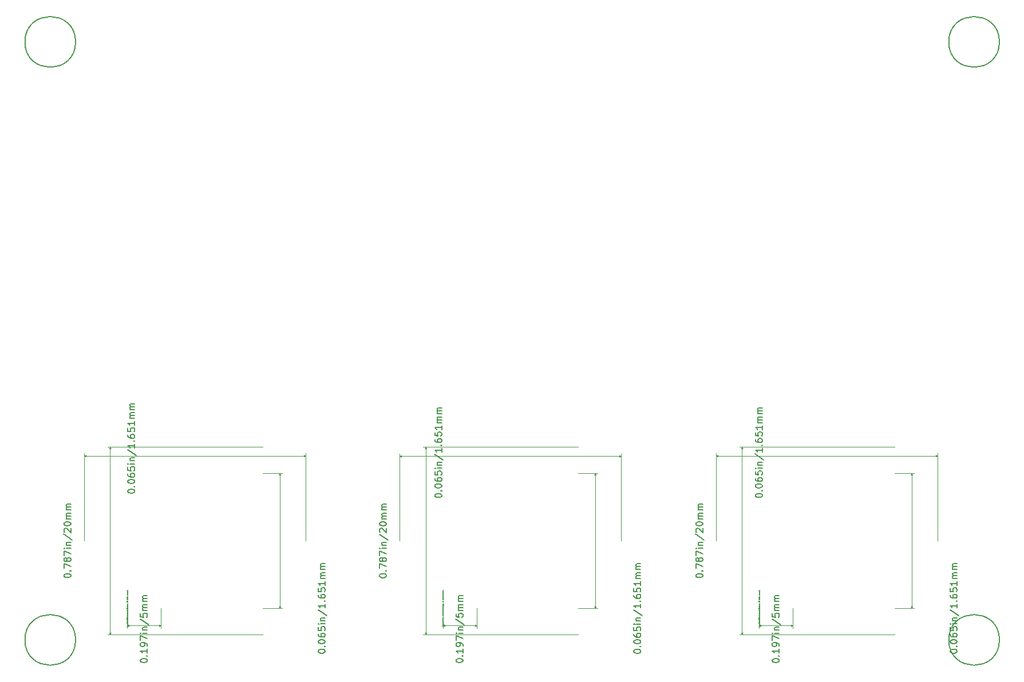
<source format=gbr>
%TF.GenerationSoftware,KiCad,Pcbnew,(6.0.7)*%
%TF.CreationDate,2022-08-20T21:34:53+02:00*%
%TF.ProjectId,3phaseDiverter-rounded,33706861-7365-4446-9976-65727465722d,1*%
%TF.SameCoordinates,Original*%
%TF.FileFunction,Other,Comment*%
%FSLAX46Y46*%
G04 Gerber Fmt 4.6, Leading zero omitted, Abs format (unit mm)*
G04 Created by KiCad (PCBNEW (6.0.7)) date 2022-08-20 21:34:53*
%MOMM*%
%LPD*%
G01*
G04 APERTURE LIST*
%ADD10C,0.150000*%
%ADD11C,0.002000*%
%ADD12C,0.100000*%
G04 APERTURE END LIST*
D10*
%TO.C,TXFR3*%
X152424005Y-121967161D02*
X152424005Y-121871923D01*
X152471625Y-121776685D01*
X152519244Y-121729066D01*
X152614482Y-121681447D01*
X152804958Y-121633828D01*
X153043053Y-121633828D01*
X153233529Y-121681447D01*
X153328767Y-121729066D01*
X153376386Y-121776685D01*
X153424005Y-121871923D01*
X153424005Y-121967161D01*
X153376386Y-122062400D01*
X153328767Y-122110019D01*
X153233529Y-122157638D01*
X153043053Y-122205257D01*
X152804958Y-122205257D01*
X152614482Y-122157638D01*
X152519244Y-122110019D01*
X152471625Y-122062400D01*
X152424005Y-121967161D01*
X153328767Y-121205257D02*
X153376386Y-121157638D01*
X153424005Y-121205257D01*
X153376386Y-121252876D01*
X153328767Y-121205257D01*
X153424005Y-121205257D01*
X152424005Y-120538590D02*
X152424005Y-120443352D01*
X152471625Y-120348114D01*
X152519244Y-120300495D01*
X152614482Y-120252876D01*
X152804958Y-120205257D01*
X153043053Y-120205257D01*
X153233529Y-120252876D01*
X153328767Y-120300495D01*
X153376386Y-120348114D01*
X153424005Y-120443352D01*
X153424005Y-120538590D01*
X153376386Y-120633828D01*
X153328767Y-120681447D01*
X153233529Y-120729066D01*
X153043053Y-120776685D01*
X152804958Y-120776685D01*
X152614482Y-120729066D01*
X152519244Y-120681447D01*
X152471625Y-120633828D01*
X152424005Y-120538590D01*
X152424005Y-119348114D02*
X152424005Y-119538590D01*
X152471625Y-119633828D01*
X152519244Y-119681447D01*
X152662101Y-119776685D01*
X152852577Y-119824304D01*
X153233529Y-119824304D01*
X153328767Y-119776685D01*
X153376386Y-119729066D01*
X153424005Y-119633828D01*
X153424005Y-119443352D01*
X153376386Y-119348114D01*
X153328767Y-119300495D01*
X153233529Y-119252876D01*
X152995434Y-119252876D01*
X152900196Y-119300495D01*
X152852577Y-119348114D01*
X152804958Y-119443352D01*
X152804958Y-119633828D01*
X152852577Y-119729066D01*
X152900196Y-119776685D01*
X152995434Y-119824304D01*
X152424005Y-118348114D02*
X152424005Y-118824304D01*
X152900196Y-118871923D01*
X152852577Y-118824304D01*
X152804958Y-118729066D01*
X152804958Y-118490971D01*
X152852577Y-118395733D01*
X152900196Y-118348114D01*
X152995434Y-118300495D01*
X153233529Y-118300495D01*
X153328767Y-118348114D01*
X153376386Y-118395733D01*
X153424005Y-118490971D01*
X153424005Y-118729066D01*
X153376386Y-118824304D01*
X153328767Y-118871923D01*
X153424005Y-117871923D02*
X152757339Y-117871923D01*
X152424005Y-117871923D02*
X152471625Y-117919542D01*
X152519244Y-117871923D01*
X152471625Y-117824304D01*
X152424005Y-117871923D01*
X152519244Y-117871923D01*
X152757339Y-117395733D02*
X153424005Y-117395733D01*
X152852577Y-117395733D02*
X152804958Y-117348114D01*
X152757339Y-117252876D01*
X152757339Y-117110019D01*
X152804958Y-117014780D01*
X152900196Y-116967161D01*
X153424005Y-116967161D01*
X152376386Y-115776685D02*
X153662101Y-116633828D01*
X153424005Y-114919542D02*
X153424005Y-115490971D01*
X153424005Y-115205257D02*
X152424005Y-115205257D01*
X152566863Y-115300495D01*
X152662101Y-115395733D01*
X152709720Y-115490971D01*
X153328767Y-114490971D02*
X153376386Y-114443352D01*
X153424005Y-114490971D01*
X153376386Y-114538590D01*
X153328767Y-114490971D01*
X153424005Y-114490971D01*
X152424005Y-113586209D02*
X152424005Y-113776685D01*
X152471625Y-113871923D01*
X152519244Y-113919542D01*
X152662101Y-114014780D01*
X152852577Y-114062400D01*
X153233529Y-114062400D01*
X153328767Y-114014780D01*
X153376386Y-113967161D01*
X153424005Y-113871923D01*
X153424005Y-113681447D01*
X153376386Y-113586209D01*
X153328767Y-113538590D01*
X153233529Y-113490971D01*
X152995434Y-113490971D01*
X152900196Y-113538590D01*
X152852577Y-113586209D01*
X152804958Y-113681447D01*
X152804958Y-113871923D01*
X152852577Y-113967161D01*
X152900196Y-114014780D01*
X152995434Y-114062400D01*
X152424005Y-112586209D02*
X152424005Y-113062400D01*
X152900196Y-113110019D01*
X152852577Y-113062400D01*
X152804958Y-112967161D01*
X152804958Y-112729066D01*
X152852577Y-112633828D01*
X152900196Y-112586209D01*
X152995434Y-112538590D01*
X153233529Y-112538590D01*
X153328767Y-112586209D01*
X153376386Y-112633828D01*
X153424005Y-112729066D01*
X153424005Y-112967161D01*
X153376386Y-113062400D01*
X153328767Y-113110019D01*
X153424005Y-111586209D02*
X153424005Y-112157638D01*
X153424005Y-111871923D02*
X152424005Y-111871923D01*
X152566863Y-111967161D01*
X152662101Y-112062400D01*
X152709720Y-112157638D01*
X153424005Y-111157638D02*
X152757339Y-111157638D01*
X152852577Y-111157638D02*
X152804958Y-111110019D01*
X152757339Y-111014780D01*
X152757339Y-110871923D01*
X152804958Y-110776685D01*
X152900196Y-110729066D01*
X153424005Y-110729066D01*
X152900196Y-110729066D02*
X152804958Y-110681447D01*
X152757339Y-110586209D01*
X152757339Y-110443352D01*
X152804958Y-110348114D01*
X152900196Y-110300495D01*
X153424005Y-110300495D01*
X153424005Y-109824304D02*
X152757339Y-109824304D01*
X152852577Y-109824304D02*
X152804958Y-109776685D01*
X152757339Y-109681447D01*
X152757339Y-109538590D01*
X152804958Y-109443352D01*
X152900196Y-109395733D01*
X153424005Y-109395733D01*
X152900196Y-109395733D02*
X152804958Y-109348114D01*
X152757339Y-109252876D01*
X152757339Y-109110019D01*
X152804958Y-109014780D01*
X152900196Y-108967161D01*
X153424005Y-108967161D01*
D11*
X124208282Y-118208233D02*
X124214329Y-118214280D01*
X124220377Y-118232423D01*
X124220377Y-118244519D01*
X124214329Y-118262661D01*
X124202234Y-118274757D01*
X124190139Y-118280804D01*
X124165948Y-118286852D01*
X124147805Y-118286852D01*
X124123615Y-118280804D01*
X124111520Y-118274757D01*
X124099425Y-118262661D01*
X124093377Y-118244519D01*
X124093377Y-118232423D01*
X124099425Y-118214280D01*
X124105472Y-118208233D01*
X124220377Y-118135661D02*
X124214329Y-118147757D01*
X124208282Y-118153804D01*
X124196186Y-118159852D01*
X124159901Y-118159852D01*
X124147805Y-118153804D01*
X124141758Y-118147757D01*
X124135710Y-118135661D01*
X124135710Y-118117519D01*
X124141758Y-118105423D01*
X124147805Y-118099376D01*
X124159901Y-118093328D01*
X124196186Y-118093328D01*
X124208282Y-118099376D01*
X124214329Y-118105423D01*
X124220377Y-118117519D01*
X124220377Y-118135661D01*
X124135710Y-118038900D02*
X124262710Y-118038900D01*
X124141758Y-118038900D02*
X124135710Y-118026804D01*
X124135710Y-118002614D01*
X124141758Y-117990519D01*
X124147805Y-117984471D01*
X124159901Y-117978423D01*
X124196186Y-117978423D01*
X124208282Y-117984471D01*
X124214329Y-117990519D01*
X124220377Y-118002614D01*
X124220377Y-118026804D01*
X124214329Y-118038900D01*
X124135710Y-117936090D02*
X124220377Y-117905852D01*
X124135710Y-117875614D02*
X124220377Y-117905852D01*
X124250615Y-117917947D01*
X124256663Y-117923995D01*
X124262710Y-117936090D01*
X124220377Y-117827233D02*
X124135710Y-117827233D01*
X124159901Y-117827233D02*
X124147805Y-117821185D01*
X124141758Y-117815138D01*
X124135710Y-117803042D01*
X124135710Y-117790947D01*
X124220377Y-117748614D02*
X124135710Y-117748614D01*
X124093377Y-117748614D02*
X124099425Y-117754661D01*
X124105472Y-117748614D01*
X124099425Y-117742566D01*
X124093377Y-117748614D01*
X124105472Y-117748614D01*
X124135710Y-117633709D02*
X124238520Y-117633709D01*
X124250615Y-117639757D01*
X124256663Y-117645804D01*
X124262710Y-117657900D01*
X124262710Y-117676042D01*
X124256663Y-117688138D01*
X124214329Y-117633709D02*
X124220377Y-117645804D01*
X124220377Y-117669995D01*
X124214329Y-117682090D01*
X124208282Y-117688138D01*
X124196186Y-117694185D01*
X124159901Y-117694185D01*
X124147805Y-117688138D01*
X124141758Y-117682090D01*
X124135710Y-117669995D01*
X124135710Y-117645804D01*
X124141758Y-117633709D01*
X124220377Y-117573233D02*
X124093377Y-117573233D01*
X124220377Y-117518804D02*
X124153853Y-117518804D01*
X124141758Y-117524852D01*
X124135710Y-117536947D01*
X124135710Y-117555090D01*
X124141758Y-117567185D01*
X124147805Y-117573233D01*
X124135710Y-117476471D02*
X124135710Y-117428090D01*
X124093377Y-117458328D02*
X124202234Y-117458328D01*
X124214329Y-117452280D01*
X124220377Y-117440185D01*
X124220377Y-117428090D01*
X124105472Y-117295042D02*
X124099425Y-117288995D01*
X124093377Y-117276900D01*
X124093377Y-117246661D01*
X124099425Y-117234566D01*
X124105472Y-117228519D01*
X124117567Y-117222471D01*
X124129663Y-117222471D01*
X124147805Y-117228519D01*
X124220377Y-117301090D01*
X124220377Y-117222471D01*
X124093377Y-117143852D02*
X124093377Y-117131757D01*
X124099425Y-117119661D01*
X124105472Y-117113614D01*
X124117567Y-117107566D01*
X124141758Y-117101519D01*
X124171996Y-117101519D01*
X124196186Y-117107566D01*
X124208282Y-117113614D01*
X124214329Y-117119661D01*
X124220377Y-117131757D01*
X124220377Y-117143852D01*
X124214329Y-117155947D01*
X124208282Y-117161995D01*
X124196186Y-117168042D01*
X124171996Y-117174090D01*
X124141758Y-117174090D01*
X124117567Y-117168042D01*
X124105472Y-117161995D01*
X124099425Y-117155947D01*
X124093377Y-117143852D01*
X124105472Y-117053138D02*
X124099425Y-117047090D01*
X124093377Y-117034995D01*
X124093377Y-117004757D01*
X124099425Y-116992661D01*
X124105472Y-116986614D01*
X124117567Y-116980566D01*
X124129663Y-116980566D01*
X124147805Y-116986614D01*
X124220377Y-117059185D01*
X124220377Y-116980566D01*
X124220377Y-116859614D02*
X124220377Y-116932185D01*
X124220377Y-116895900D02*
X124093377Y-116895900D01*
X124111520Y-116907995D01*
X124123615Y-116920090D01*
X124129663Y-116932185D01*
X124184091Y-116714471D02*
X124184091Y-116653995D01*
X124220377Y-116726566D02*
X124093377Y-116684233D01*
X124220377Y-116641900D01*
X124214329Y-116545138D02*
X124220377Y-116557233D01*
X124220377Y-116581423D01*
X124214329Y-116593519D01*
X124208282Y-116599566D01*
X124196186Y-116605614D01*
X124159901Y-116605614D01*
X124147805Y-116599566D01*
X124141758Y-116593519D01*
X124135710Y-116581423D01*
X124135710Y-116557233D01*
X124141758Y-116545138D01*
X124214329Y-116436280D02*
X124220377Y-116448376D01*
X124220377Y-116472566D01*
X124214329Y-116484661D01*
X124208282Y-116490709D01*
X124196186Y-116496757D01*
X124159901Y-116496757D01*
X124147805Y-116490709D01*
X124141758Y-116484661D01*
X124135710Y-116472566D01*
X124135710Y-116448376D01*
X124141758Y-116436280D01*
X124214329Y-116333471D02*
X124220377Y-116345566D01*
X124220377Y-116369757D01*
X124214329Y-116381852D01*
X124202234Y-116387900D01*
X124153853Y-116387900D01*
X124141758Y-116381852D01*
X124135710Y-116369757D01*
X124135710Y-116345566D01*
X124141758Y-116333471D01*
X124153853Y-116327423D01*
X124165948Y-116327423D01*
X124178044Y-116387900D01*
X124220377Y-116254852D02*
X124214329Y-116266947D01*
X124202234Y-116272995D01*
X124093377Y-116272995D01*
X124214329Y-116158090D02*
X124220377Y-116170185D01*
X124220377Y-116194376D01*
X124214329Y-116206471D01*
X124202234Y-116212519D01*
X124153853Y-116212519D01*
X124141758Y-116206471D01*
X124135710Y-116194376D01*
X124135710Y-116170185D01*
X124141758Y-116158090D01*
X124153853Y-116152042D01*
X124165948Y-116152042D01*
X124178044Y-116212519D01*
X124220377Y-116097614D02*
X124135710Y-116097614D01*
X124159901Y-116097614D02*
X124147805Y-116091566D01*
X124141758Y-116085519D01*
X124135710Y-116073423D01*
X124135710Y-116061328D01*
X124220377Y-115964566D02*
X124153853Y-115964566D01*
X124141758Y-115970614D01*
X124135710Y-115982709D01*
X124135710Y-116006900D01*
X124141758Y-116018995D01*
X124214329Y-115964566D02*
X124220377Y-115976661D01*
X124220377Y-116006900D01*
X124214329Y-116018995D01*
X124202234Y-116025042D01*
X124190139Y-116025042D01*
X124178044Y-116018995D01*
X124171996Y-116006900D01*
X124171996Y-115976661D01*
X124165948Y-115964566D01*
X124135710Y-115922233D02*
X124135710Y-115873852D01*
X124093377Y-115904090D02*
X124202234Y-115904090D01*
X124214329Y-115898042D01*
X124220377Y-115885947D01*
X124220377Y-115873852D01*
X124214329Y-115783138D02*
X124220377Y-115795233D01*
X124220377Y-115819423D01*
X124214329Y-115831519D01*
X124202234Y-115837566D01*
X124153853Y-115837566D01*
X124141758Y-115831519D01*
X124135710Y-115819423D01*
X124135710Y-115795233D01*
X124141758Y-115783138D01*
X124153853Y-115777090D01*
X124165948Y-115777090D01*
X124178044Y-115837566D01*
X124220377Y-115668233D02*
X124093377Y-115668233D01*
X124214329Y-115668233D02*
X124220377Y-115680328D01*
X124220377Y-115704519D01*
X124214329Y-115716614D01*
X124208282Y-115722661D01*
X124196186Y-115728709D01*
X124159901Y-115728709D01*
X124147805Y-115722661D01*
X124141758Y-115716614D01*
X124135710Y-115704519D01*
X124135710Y-115680328D01*
X124141758Y-115668233D01*
X124220377Y-115510995D02*
X124093377Y-115510995D01*
X124093377Y-115480757D01*
X124099425Y-115462614D01*
X124111520Y-115450519D01*
X124123615Y-115444471D01*
X124147805Y-115438423D01*
X124165948Y-115438423D01*
X124190139Y-115444471D01*
X124202234Y-115450519D01*
X124214329Y-115462614D01*
X124220377Y-115480757D01*
X124220377Y-115510995D01*
X124214329Y-115335614D02*
X124220377Y-115347709D01*
X124220377Y-115371900D01*
X124214329Y-115383995D01*
X124202234Y-115390042D01*
X124153853Y-115390042D01*
X124141758Y-115383995D01*
X124135710Y-115371900D01*
X124135710Y-115347709D01*
X124141758Y-115335614D01*
X124153853Y-115329566D01*
X124165948Y-115329566D01*
X124178044Y-115390042D01*
X124214329Y-115281185D02*
X124220377Y-115269090D01*
X124220377Y-115244900D01*
X124214329Y-115232804D01*
X124202234Y-115226757D01*
X124196186Y-115226757D01*
X124184091Y-115232804D01*
X124178044Y-115244900D01*
X124178044Y-115263042D01*
X124171996Y-115275138D01*
X124159901Y-115281185D01*
X124153853Y-115281185D01*
X124141758Y-115275138D01*
X124135710Y-115263042D01*
X124135710Y-115244900D01*
X124141758Y-115232804D01*
X124220377Y-115172328D02*
X124135710Y-115172328D01*
X124093377Y-115172328D02*
X124099425Y-115178376D01*
X124105472Y-115172328D01*
X124099425Y-115166280D01*
X124093377Y-115172328D01*
X124105472Y-115172328D01*
X124135710Y-115057423D02*
X124238520Y-115057423D01*
X124250615Y-115063471D01*
X124256663Y-115069519D01*
X124262710Y-115081614D01*
X124262710Y-115099757D01*
X124256663Y-115111852D01*
X124214329Y-115057423D02*
X124220377Y-115069519D01*
X124220377Y-115093709D01*
X124214329Y-115105804D01*
X124208282Y-115111852D01*
X124196186Y-115117900D01*
X124159901Y-115117900D01*
X124147805Y-115111852D01*
X124141758Y-115105804D01*
X124135710Y-115093709D01*
X124135710Y-115069519D01*
X124141758Y-115057423D01*
X124135710Y-114996947D02*
X124220377Y-114996947D01*
X124147805Y-114996947D02*
X124141758Y-114990900D01*
X124135710Y-114978804D01*
X124135710Y-114960661D01*
X124141758Y-114948566D01*
X124153853Y-114942519D01*
X124220377Y-114942519D01*
X124214329Y-114888090D02*
X124220377Y-114875995D01*
X124220377Y-114851804D01*
X124214329Y-114839709D01*
X124202234Y-114833661D01*
X124196186Y-114833661D01*
X124184091Y-114839709D01*
X124178044Y-114851804D01*
X124178044Y-114869947D01*
X124171996Y-114882042D01*
X124159901Y-114888090D01*
X124153853Y-114888090D01*
X124141758Y-114882042D01*
X124135710Y-114869947D01*
X124135710Y-114851804D01*
X124141758Y-114839709D01*
X124208282Y-114779233D02*
X124214329Y-114773185D01*
X124220377Y-114779233D01*
X124214329Y-114785280D01*
X124208282Y-114779233D01*
X124220377Y-114779233D01*
X124184091Y-114628042D02*
X124184091Y-114567566D01*
X124220377Y-114640138D02*
X124093377Y-114597804D01*
X124220377Y-114555471D01*
X124220377Y-114494995D02*
X124214329Y-114507090D01*
X124202234Y-114513138D01*
X124093377Y-114513138D01*
X124220377Y-114428471D02*
X124214329Y-114440566D01*
X124202234Y-114446614D01*
X124093377Y-114446614D01*
X124220377Y-114283328D02*
X124135710Y-114283328D01*
X124159901Y-114283328D02*
X124147805Y-114277280D01*
X124141758Y-114271233D01*
X124135710Y-114259138D01*
X124135710Y-114247042D01*
X124220377Y-114204709D02*
X124135710Y-114204709D01*
X124093377Y-114204709D02*
X124099425Y-114210757D01*
X124105472Y-114204709D01*
X124099425Y-114198661D01*
X124093377Y-114204709D01*
X124105472Y-114204709D01*
X124135710Y-114089804D02*
X124238520Y-114089804D01*
X124250615Y-114095852D01*
X124256663Y-114101900D01*
X124262710Y-114113995D01*
X124262710Y-114132138D01*
X124256663Y-114144233D01*
X124214329Y-114089804D02*
X124220377Y-114101900D01*
X124220377Y-114126090D01*
X124214329Y-114138185D01*
X124208282Y-114144233D01*
X124196186Y-114150280D01*
X124159901Y-114150280D01*
X124147805Y-114144233D01*
X124141758Y-114138185D01*
X124135710Y-114126090D01*
X124135710Y-114101900D01*
X124141758Y-114089804D01*
X124220377Y-114029328D02*
X124093377Y-114029328D01*
X124220377Y-113974900D02*
X124153853Y-113974900D01*
X124141758Y-113980947D01*
X124135710Y-113993042D01*
X124135710Y-114011185D01*
X124141758Y-114023280D01*
X124147805Y-114029328D01*
X124135710Y-113932566D02*
X124135710Y-113884185D01*
X124093377Y-113914423D02*
X124202234Y-113914423D01*
X124214329Y-113908376D01*
X124220377Y-113896280D01*
X124220377Y-113884185D01*
X124214329Y-113847900D02*
X124220377Y-113835804D01*
X124220377Y-113811614D01*
X124214329Y-113799519D01*
X124202234Y-113793471D01*
X124196186Y-113793471D01*
X124184091Y-113799519D01*
X124178044Y-113811614D01*
X124178044Y-113829757D01*
X124171996Y-113841852D01*
X124159901Y-113847900D01*
X124153853Y-113847900D01*
X124141758Y-113841852D01*
X124135710Y-113829757D01*
X124135710Y-113811614D01*
X124141758Y-113799519D01*
X124220377Y-113642280D02*
X124135710Y-113642280D01*
X124159901Y-113642280D02*
X124147805Y-113636233D01*
X124141758Y-113630185D01*
X124135710Y-113618090D01*
X124135710Y-113605995D01*
X124214329Y-113515280D02*
X124220377Y-113527376D01*
X124220377Y-113551566D01*
X124214329Y-113563661D01*
X124202234Y-113569709D01*
X124153853Y-113569709D01*
X124141758Y-113563661D01*
X124135710Y-113551566D01*
X124135710Y-113527376D01*
X124141758Y-113515280D01*
X124153853Y-113509233D01*
X124165948Y-113509233D01*
X124178044Y-113569709D01*
X124214329Y-113460852D02*
X124220377Y-113448757D01*
X124220377Y-113424566D01*
X124214329Y-113412471D01*
X124202234Y-113406423D01*
X124196186Y-113406423D01*
X124184091Y-113412471D01*
X124178044Y-113424566D01*
X124178044Y-113442709D01*
X124171996Y-113454804D01*
X124159901Y-113460852D01*
X124153853Y-113460852D01*
X124141758Y-113454804D01*
X124135710Y-113442709D01*
X124135710Y-113424566D01*
X124141758Y-113412471D01*
X124214329Y-113303614D02*
X124220377Y-113315709D01*
X124220377Y-113339900D01*
X124214329Y-113351995D01*
X124202234Y-113358042D01*
X124153853Y-113358042D01*
X124141758Y-113351995D01*
X124135710Y-113339900D01*
X124135710Y-113315709D01*
X124141758Y-113303614D01*
X124153853Y-113297566D01*
X124165948Y-113297566D01*
X124178044Y-113358042D01*
X124220377Y-113243138D02*
X124135710Y-113243138D01*
X124159901Y-113243138D02*
X124147805Y-113237090D01*
X124141758Y-113231042D01*
X124135710Y-113218947D01*
X124135710Y-113206852D01*
X124135710Y-113176614D02*
X124220377Y-113146376D01*
X124135710Y-113116138D01*
X124214329Y-113019376D02*
X124220377Y-113031471D01*
X124220377Y-113055661D01*
X124214329Y-113067757D01*
X124202234Y-113073804D01*
X124153853Y-113073804D01*
X124141758Y-113067757D01*
X124135710Y-113055661D01*
X124135710Y-113031471D01*
X124141758Y-113019376D01*
X124153853Y-113013328D01*
X124165948Y-113013328D01*
X124178044Y-113073804D01*
X124220377Y-112904471D02*
X124093377Y-112904471D01*
X124214329Y-112904471D02*
X124220377Y-112916566D01*
X124220377Y-112940757D01*
X124214329Y-112952852D01*
X124208282Y-112958900D01*
X124196186Y-112964947D01*
X124159901Y-112964947D01*
X124147805Y-112958900D01*
X124141758Y-112952852D01*
X124135710Y-112940757D01*
X124135710Y-112916566D01*
X124141758Y-112904471D01*
X124208282Y-112843995D02*
X124214329Y-112837947D01*
X124220377Y-112843995D01*
X124214329Y-112850042D01*
X124208282Y-112843995D01*
X124220377Y-112843995D01*
D10*
X126115305Y-123348495D02*
X126115305Y-123253257D01*
X126162925Y-123158019D01*
X126210544Y-123110400D01*
X126305782Y-123062780D01*
X126496258Y-123015161D01*
X126734353Y-123015161D01*
X126924829Y-123062780D01*
X127020067Y-123110400D01*
X127067686Y-123158019D01*
X127115305Y-123253257D01*
X127115305Y-123348495D01*
X127067686Y-123443733D01*
X127020067Y-123491352D01*
X126924829Y-123538971D01*
X126734353Y-123586590D01*
X126496258Y-123586590D01*
X126305782Y-123538971D01*
X126210544Y-123491352D01*
X126162925Y-123443733D01*
X126115305Y-123348495D01*
X127020067Y-122586590D02*
X127067686Y-122538971D01*
X127115305Y-122586590D01*
X127067686Y-122634209D01*
X127020067Y-122586590D01*
X127115305Y-122586590D01*
X127115305Y-121586590D02*
X127115305Y-122158019D01*
X127115305Y-121872304D02*
X126115305Y-121872304D01*
X126258163Y-121967542D01*
X126353401Y-122062780D01*
X126401020Y-122158019D01*
X127115305Y-121110400D02*
X127115305Y-120919923D01*
X127067686Y-120824685D01*
X127020067Y-120777066D01*
X126877210Y-120681828D01*
X126686734Y-120634209D01*
X126305782Y-120634209D01*
X126210544Y-120681828D01*
X126162925Y-120729447D01*
X126115305Y-120824685D01*
X126115305Y-121015161D01*
X126162925Y-121110400D01*
X126210544Y-121158019D01*
X126305782Y-121205638D01*
X126543877Y-121205638D01*
X126639115Y-121158019D01*
X126686734Y-121110400D01*
X126734353Y-121015161D01*
X126734353Y-120824685D01*
X126686734Y-120729447D01*
X126639115Y-120681828D01*
X126543877Y-120634209D01*
X126115305Y-120300876D02*
X126115305Y-119634209D01*
X127115305Y-120062780D01*
X127115305Y-119253257D02*
X126448639Y-119253257D01*
X126115305Y-119253257D02*
X126162925Y-119300876D01*
X126210544Y-119253257D01*
X126162925Y-119205638D01*
X126115305Y-119253257D01*
X126210544Y-119253257D01*
X126448639Y-118777066D02*
X127115305Y-118777066D01*
X126543877Y-118777066D02*
X126496258Y-118729447D01*
X126448639Y-118634209D01*
X126448639Y-118491352D01*
X126496258Y-118396114D01*
X126591496Y-118348495D01*
X127115305Y-118348495D01*
X126067686Y-117158019D02*
X127353401Y-118015161D01*
X126115305Y-116348495D02*
X126115305Y-116824685D01*
X126591496Y-116872304D01*
X126543877Y-116824685D01*
X126496258Y-116729447D01*
X126496258Y-116491352D01*
X126543877Y-116396114D01*
X126591496Y-116348495D01*
X126686734Y-116300876D01*
X126924829Y-116300876D01*
X127020067Y-116348495D01*
X127067686Y-116396114D01*
X127115305Y-116491352D01*
X127115305Y-116729447D01*
X127067686Y-116824685D01*
X127020067Y-116872304D01*
X127115305Y-115872304D02*
X126448639Y-115872304D01*
X126543877Y-115872304D02*
X126496258Y-115824685D01*
X126448639Y-115729447D01*
X126448639Y-115586590D01*
X126496258Y-115491352D01*
X126591496Y-115443733D01*
X127115305Y-115443733D01*
X126591496Y-115443733D02*
X126496258Y-115396114D01*
X126448639Y-115300876D01*
X126448639Y-115158019D01*
X126496258Y-115062780D01*
X126591496Y-115015161D01*
X127115305Y-115015161D01*
X127115305Y-114538971D02*
X126448639Y-114538971D01*
X126543877Y-114538971D02*
X126496258Y-114491352D01*
X126448639Y-114396114D01*
X126448639Y-114253257D01*
X126496258Y-114158019D01*
X126591496Y-114110400D01*
X127115305Y-114110400D01*
X126591496Y-114110400D02*
X126496258Y-114062780D01*
X126448639Y-113967542D01*
X126448639Y-113824685D01*
X126496258Y-113729447D01*
X126591496Y-113681828D01*
X127115305Y-113681828D01*
X123615305Y-98919160D02*
X123615305Y-98823922D01*
X123662925Y-98728684D01*
X123710544Y-98681065D01*
X123805782Y-98633446D01*
X123996258Y-98585827D01*
X124234353Y-98585827D01*
X124424829Y-98633446D01*
X124520067Y-98681065D01*
X124567686Y-98728684D01*
X124615305Y-98823922D01*
X124615305Y-98919160D01*
X124567686Y-99014399D01*
X124520067Y-99062018D01*
X124424829Y-99109637D01*
X124234353Y-99157256D01*
X123996258Y-99157256D01*
X123805782Y-99109637D01*
X123710544Y-99062018D01*
X123662925Y-99014399D01*
X123615305Y-98919160D01*
X124520067Y-98157256D02*
X124567686Y-98109637D01*
X124615305Y-98157256D01*
X124567686Y-98204875D01*
X124520067Y-98157256D01*
X124615305Y-98157256D01*
X123615305Y-97490589D02*
X123615305Y-97395351D01*
X123662925Y-97300113D01*
X123710544Y-97252494D01*
X123805782Y-97204875D01*
X123996258Y-97157256D01*
X124234353Y-97157256D01*
X124424829Y-97204875D01*
X124520067Y-97252494D01*
X124567686Y-97300113D01*
X124615305Y-97395351D01*
X124615305Y-97490589D01*
X124567686Y-97585827D01*
X124520067Y-97633446D01*
X124424829Y-97681065D01*
X124234353Y-97728684D01*
X123996258Y-97728684D01*
X123805782Y-97681065D01*
X123710544Y-97633446D01*
X123662925Y-97585827D01*
X123615305Y-97490589D01*
X123615305Y-96300113D02*
X123615305Y-96490589D01*
X123662925Y-96585827D01*
X123710544Y-96633446D01*
X123853401Y-96728684D01*
X124043877Y-96776303D01*
X124424829Y-96776303D01*
X124520067Y-96728684D01*
X124567686Y-96681065D01*
X124615305Y-96585827D01*
X124615305Y-96395351D01*
X124567686Y-96300113D01*
X124520067Y-96252494D01*
X124424829Y-96204875D01*
X124186734Y-96204875D01*
X124091496Y-96252494D01*
X124043877Y-96300113D01*
X123996258Y-96395351D01*
X123996258Y-96585827D01*
X124043877Y-96681065D01*
X124091496Y-96728684D01*
X124186734Y-96776303D01*
X123615305Y-95300113D02*
X123615305Y-95776303D01*
X124091496Y-95823922D01*
X124043877Y-95776303D01*
X123996258Y-95681065D01*
X123996258Y-95442970D01*
X124043877Y-95347732D01*
X124091496Y-95300113D01*
X124186734Y-95252494D01*
X124424829Y-95252494D01*
X124520067Y-95300113D01*
X124567686Y-95347732D01*
X124615305Y-95442970D01*
X124615305Y-95681065D01*
X124567686Y-95776303D01*
X124520067Y-95823922D01*
X124615305Y-94823922D02*
X123948639Y-94823922D01*
X123615305Y-94823922D02*
X123662925Y-94871541D01*
X123710544Y-94823922D01*
X123662925Y-94776303D01*
X123615305Y-94823922D01*
X123710544Y-94823922D01*
X123948639Y-94347732D02*
X124615305Y-94347732D01*
X124043877Y-94347732D02*
X123996258Y-94300113D01*
X123948639Y-94204875D01*
X123948639Y-94062018D01*
X123996258Y-93966779D01*
X124091496Y-93919160D01*
X124615305Y-93919160D01*
X123567686Y-92728684D02*
X124853401Y-93585827D01*
X124615305Y-91871541D02*
X124615305Y-92442970D01*
X124615305Y-92157256D02*
X123615305Y-92157256D01*
X123758163Y-92252494D01*
X123853401Y-92347732D01*
X123901020Y-92442970D01*
X124520067Y-91442970D02*
X124567686Y-91395351D01*
X124615305Y-91442970D01*
X124567686Y-91490589D01*
X124520067Y-91442970D01*
X124615305Y-91442970D01*
X123615305Y-90538208D02*
X123615305Y-90728684D01*
X123662925Y-90823922D01*
X123710544Y-90871541D01*
X123853401Y-90966779D01*
X124043877Y-91014399D01*
X124424829Y-91014399D01*
X124520067Y-90966779D01*
X124567686Y-90919160D01*
X124615305Y-90823922D01*
X124615305Y-90633446D01*
X124567686Y-90538208D01*
X124520067Y-90490589D01*
X124424829Y-90442970D01*
X124186734Y-90442970D01*
X124091496Y-90490589D01*
X124043877Y-90538208D01*
X123996258Y-90633446D01*
X123996258Y-90823922D01*
X124043877Y-90919160D01*
X124091496Y-90966779D01*
X124186734Y-91014399D01*
X123615305Y-89538208D02*
X123615305Y-90014399D01*
X124091496Y-90062018D01*
X124043877Y-90014399D01*
X123996258Y-89919160D01*
X123996258Y-89681065D01*
X124043877Y-89585827D01*
X124091496Y-89538208D01*
X124186734Y-89490589D01*
X124424829Y-89490589D01*
X124520067Y-89538208D01*
X124567686Y-89585827D01*
X124615305Y-89681065D01*
X124615305Y-89919160D01*
X124567686Y-90014399D01*
X124520067Y-90062018D01*
X124615305Y-88538208D02*
X124615305Y-89109637D01*
X124615305Y-88823922D02*
X123615305Y-88823922D01*
X123758163Y-88919160D01*
X123853401Y-89014399D01*
X123901020Y-89109637D01*
X124615305Y-88109637D02*
X123948639Y-88109637D01*
X124043877Y-88109637D02*
X123996258Y-88062018D01*
X123948639Y-87966779D01*
X123948639Y-87823922D01*
X123996258Y-87728684D01*
X124091496Y-87681065D01*
X124615305Y-87681065D01*
X124091496Y-87681065D02*
X123996258Y-87633446D01*
X123948639Y-87538208D01*
X123948639Y-87395351D01*
X123996258Y-87300113D01*
X124091496Y-87252494D01*
X124615305Y-87252494D01*
X124615305Y-86776303D02*
X123948639Y-86776303D01*
X124043877Y-86776303D02*
X123996258Y-86728684D01*
X123948639Y-86633446D01*
X123948639Y-86490589D01*
X123996258Y-86395351D01*
X124091496Y-86347732D01*
X124615305Y-86347732D01*
X124091496Y-86347732D02*
X123996258Y-86300113D01*
X123948639Y-86204875D01*
X123948639Y-86062018D01*
X123996258Y-85966779D01*
X124091496Y-85919160D01*
X124615305Y-85919160D01*
X114806605Y-110776685D02*
X114806605Y-110681447D01*
X114854225Y-110586209D01*
X114901844Y-110538590D01*
X114997082Y-110490971D01*
X115187558Y-110443352D01*
X115425653Y-110443352D01*
X115616129Y-110490971D01*
X115711367Y-110538590D01*
X115758986Y-110586209D01*
X115806605Y-110681447D01*
X115806605Y-110776685D01*
X115758986Y-110871923D01*
X115711367Y-110919542D01*
X115616129Y-110967161D01*
X115425653Y-111014780D01*
X115187558Y-111014780D01*
X114997082Y-110967161D01*
X114901844Y-110919542D01*
X114854225Y-110871923D01*
X114806605Y-110776685D01*
X115711367Y-110014780D02*
X115758986Y-109967161D01*
X115806605Y-110014780D01*
X115758986Y-110062400D01*
X115711367Y-110014780D01*
X115806605Y-110014780D01*
X114806605Y-109633828D02*
X114806605Y-108967161D01*
X115806605Y-109395733D01*
X115235177Y-108443352D02*
X115187558Y-108538590D01*
X115139939Y-108586209D01*
X115044701Y-108633828D01*
X114997082Y-108633828D01*
X114901844Y-108586209D01*
X114854225Y-108538590D01*
X114806605Y-108443352D01*
X114806605Y-108252876D01*
X114854225Y-108157638D01*
X114901844Y-108110019D01*
X114997082Y-108062400D01*
X115044701Y-108062400D01*
X115139939Y-108110019D01*
X115187558Y-108157638D01*
X115235177Y-108252876D01*
X115235177Y-108443352D01*
X115282796Y-108538590D01*
X115330415Y-108586209D01*
X115425653Y-108633828D01*
X115616129Y-108633828D01*
X115711367Y-108586209D01*
X115758986Y-108538590D01*
X115806605Y-108443352D01*
X115806605Y-108252876D01*
X115758986Y-108157638D01*
X115711367Y-108110019D01*
X115616129Y-108062400D01*
X115425653Y-108062400D01*
X115330415Y-108110019D01*
X115282796Y-108157638D01*
X115235177Y-108252876D01*
X114806605Y-107729066D02*
X114806605Y-107062400D01*
X115806605Y-107490971D01*
X115806605Y-106681447D02*
X115139939Y-106681447D01*
X114806605Y-106681447D02*
X114854225Y-106729066D01*
X114901844Y-106681447D01*
X114854225Y-106633828D01*
X114806605Y-106681447D01*
X114901844Y-106681447D01*
X115139939Y-106205257D02*
X115806605Y-106205257D01*
X115235177Y-106205257D02*
X115187558Y-106157638D01*
X115139939Y-106062400D01*
X115139939Y-105919542D01*
X115187558Y-105824304D01*
X115282796Y-105776685D01*
X115806605Y-105776685D01*
X114758986Y-104586209D02*
X116044701Y-105443352D01*
X114901844Y-104300495D02*
X114854225Y-104252876D01*
X114806605Y-104157638D01*
X114806605Y-103919542D01*
X114854225Y-103824304D01*
X114901844Y-103776685D01*
X114997082Y-103729066D01*
X115092320Y-103729066D01*
X115235177Y-103776685D01*
X115806605Y-104348114D01*
X115806605Y-103729066D01*
X114806605Y-103110019D02*
X114806605Y-103014780D01*
X114854225Y-102919542D01*
X114901844Y-102871923D01*
X114997082Y-102824304D01*
X115187558Y-102776685D01*
X115425653Y-102776685D01*
X115616129Y-102824304D01*
X115711367Y-102871923D01*
X115758986Y-102919542D01*
X115806605Y-103014780D01*
X115806605Y-103110019D01*
X115758986Y-103205257D01*
X115711367Y-103252876D01*
X115616129Y-103300495D01*
X115425653Y-103348114D01*
X115187558Y-103348114D01*
X114997082Y-103300495D01*
X114901844Y-103252876D01*
X114854225Y-103205257D01*
X114806605Y-103110019D01*
X115806605Y-102348114D02*
X115139939Y-102348114D01*
X115235177Y-102348114D02*
X115187558Y-102300495D01*
X115139939Y-102205257D01*
X115139939Y-102062400D01*
X115187558Y-101967161D01*
X115282796Y-101919542D01*
X115806605Y-101919542D01*
X115282796Y-101919542D02*
X115187558Y-101871923D01*
X115139939Y-101776685D01*
X115139939Y-101633828D01*
X115187558Y-101538590D01*
X115282796Y-101490971D01*
X115806605Y-101490971D01*
X115806605Y-101014780D02*
X115139939Y-101014780D01*
X115235177Y-101014780D02*
X115187558Y-100967161D01*
X115139939Y-100871923D01*
X115139939Y-100729066D01*
X115187558Y-100633828D01*
X115282796Y-100586209D01*
X115806605Y-100586209D01*
X115282796Y-100586209D02*
X115187558Y-100538590D01*
X115139939Y-100443352D01*
X115139939Y-100300495D01*
X115187558Y-100205257D01*
X115282796Y-100157638D01*
X115806605Y-100157638D01*
%TO.C,TXFR2*%
X76193505Y-98926760D02*
X76193505Y-98831522D01*
X76241125Y-98736284D01*
X76288744Y-98688665D01*
X76383982Y-98641046D01*
X76574458Y-98593427D01*
X76812553Y-98593427D01*
X77003029Y-98641046D01*
X77098267Y-98688665D01*
X77145886Y-98736284D01*
X77193505Y-98831522D01*
X77193505Y-98926760D01*
X77145886Y-99021999D01*
X77098267Y-99069618D01*
X77003029Y-99117237D01*
X76812553Y-99164856D01*
X76574458Y-99164856D01*
X76383982Y-99117237D01*
X76288744Y-99069618D01*
X76241125Y-99021999D01*
X76193505Y-98926760D01*
X77098267Y-98164856D02*
X77145886Y-98117237D01*
X77193505Y-98164856D01*
X77145886Y-98212475D01*
X77098267Y-98164856D01*
X77193505Y-98164856D01*
X76193505Y-97498189D02*
X76193505Y-97402951D01*
X76241125Y-97307713D01*
X76288744Y-97260094D01*
X76383982Y-97212475D01*
X76574458Y-97164856D01*
X76812553Y-97164856D01*
X77003029Y-97212475D01*
X77098267Y-97260094D01*
X77145886Y-97307713D01*
X77193505Y-97402951D01*
X77193505Y-97498189D01*
X77145886Y-97593427D01*
X77098267Y-97641046D01*
X77003029Y-97688665D01*
X76812553Y-97736284D01*
X76574458Y-97736284D01*
X76383982Y-97688665D01*
X76288744Y-97641046D01*
X76241125Y-97593427D01*
X76193505Y-97498189D01*
X76193505Y-96307713D02*
X76193505Y-96498189D01*
X76241125Y-96593427D01*
X76288744Y-96641046D01*
X76431601Y-96736284D01*
X76622077Y-96783903D01*
X77003029Y-96783903D01*
X77098267Y-96736284D01*
X77145886Y-96688665D01*
X77193505Y-96593427D01*
X77193505Y-96402951D01*
X77145886Y-96307713D01*
X77098267Y-96260094D01*
X77003029Y-96212475D01*
X76764934Y-96212475D01*
X76669696Y-96260094D01*
X76622077Y-96307713D01*
X76574458Y-96402951D01*
X76574458Y-96593427D01*
X76622077Y-96688665D01*
X76669696Y-96736284D01*
X76764934Y-96783903D01*
X76193505Y-95307713D02*
X76193505Y-95783903D01*
X76669696Y-95831522D01*
X76622077Y-95783903D01*
X76574458Y-95688665D01*
X76574458Y-95450570D01*
X76622077Y-95355332D01*
X76669696Y-95307713D01*
X76764934Y-95260094D01*
X77003029Y-95260094D01*
X77098267Y-95307713D01*
X77145886Y-95355332D01*
X77193505Y-95450570D01*
X77193505Y-95688665D01*
X77145886Y-95783903D01*
X77098267Y-95831522D01*
X77193505Y-94831522D02*
X76526839Y-94831522D01*
X76193505Y-94831522D02*
X76241125Y-94879141D01*
X76288744Y-94831522D01*
X76241125Y-94783903D01*
X76193505Y-94831522D01*
X76288744Y-94831522D01*
X76526839Y-94355332D02*
X77193505Y-94355332D01*
X76622077Y-94355332D02*
X76574458Y-94307713D01*
X76526839Y-94212475D01*
X76526839Y-94069618D01*
X76574458Y-93974379D01*
X76669696Y-93926760D01*
X77193505Y-93926760D01*
X76145886Y-92736284D02*
X77431601Y-93593427D01*
X77193505Y-91879141D02*
X77193505Y-92450570D01*
X77193505Y-92164856D02*
X76193505Y-92164856D01*
X76336363Y-92260094D01*
X76431601Y-92355332D01*
X76479220Y-92450570D01*
X77098267Y-91450570D02*
X77145886Y-91402951D01*
X77193505Y-91450570D01*
X77145886Y-91498189D01*
X77098267Y-91450570D01*
X77193505Y-91450570D01*
X76193505Y-90545808D02*
X76193505Y-90736284D01*
X76241125Y-90831522D01*
X76288744Y-90879141D01*
X76431601Y-90974379D01*
X76622077Y-91021999D01*
X77003029Y-91021999D01*
X77098267Y-90974379D01*
X77145886Y-90926760D01*
X77193505Y-90831522D01*
X77193505Y-90641046D01*
X77145886Y-90545808D01*
X77098267Y-90498189D01*
X77003029Y-90450570D01*
X76764934Y-90450570D01*
X76669696Y-90498189D01*
X76622077Y-90545808D01*
X76574458Y-90641046D01*
X76574458Y-90831522D01*
X76622077Y-90926760D01*
X76669696Y-90974379D01*
X76764934Y-91021999D01*
X76193505Y-89545808D02*
X76193505Y-90021999D01*
X76669696Y-90069618D01*
X76622077Y-90021999D01*
X76574458Y-89926760D01*
X76574458Y-89688665D01*
X76622077Y-89593427D01*
X76669696Y-89545808D01*
X76764934Y-89498189D01*
X77003029Y-89498189D01*
X77098267Y-89545808D01*
X77145886Y-89593427D01*
X77193505Y-89688665D01*
X77193505Y-89926760D01*
X77145886Y-90021999D01*
X77098267Y-90069618D01*
X77193505Y-88545808D02*
X77193505Y-89117237D01*
X77193505Y-88831522D02*
X76193505Y-88831522D01*
X76336363Y-88926760D01*
X76431601Y-89021999D01*
X76479220Y-89117237D01*
X77193505Y-88117237D02*
X76526839Y-88117237D01*
X76622077Y-88117237D02*
X76574458Y-88069618D01*
X76526839Y-87974379D01*
X76526839Y-87831522D01*
X76574458Y-87736284D01*
X76669696Y-87688665D01*
X77193505Y-87688665D01*
X76669696Y-87688665D02*
X76574458Y-87641046D01*
X76526839Y-87545808D01*
X76526839Y-87402951D01*
X76574458Y-87307713D01*
X76669696Y-87260094D01*
X77193505Y-87260094D01*
X77193505Y-86783903D02*
X76526839Y-86783903D01*
X76622077Y-86783903D02*
X76574458Y-86736284D01*
X76526839Y-86641046D01*
X76526839Y-86498189D01*
X76574458Y-86402951D01*
X76669696Y-86355332D01*
X77193505Y-86355332D01*
X76669696Y-86355332D02*
X76574458Y-86307713D01*
X76526839Y-86212475D01*
X76526839Y-86069618D01*
X76574458Y-85974379D01*
X76669696Y-85926760D01*
X77193505Y-85926760D01*
D11*
X77421482Y-118215833D02*
X77427529Y-118221880D01*
X77433577Y-118240023D01*
X77433577Y-118252119D01*
X77427529Y-118270261D01*
X77415434Y-118282357D01*
X77403339Y-118288404D01*
X77379148Y-118294452D01*
X77361005Y-118294452D01*
X77336815Y-118288404D01*
X77324720Y-118282357D01*
X77312625Y-118270261D01*
X77306577Y-118252119D01*
X77306577Y-118240023D01*
X77312625Y-118221880D01*
X77318672Y-118215833D01*
X77433577Y-118143261D02*
X77427529Y-118155357D01*
X77421482Y-118161404D01*
X77409386Y-118167452D01*
X77373101Y-118167452D01*
X77361005Y-118161404D01*
X77354958Y-118155357D01*
X77348910Y-118143261D01*
X77348910Y-118125119D01*
X77354958Y-118113023D01*
X77361005Y-118106976D01*
X77373101Y-118100928D01*
X77409386Y-118100928D01*
X77421482Y-118106976D01*
X77427529Y-118113023D01*
X77433577Y-118125119D01*
X77433577Y-118143261D01*
X77348910Y-118046500D02*
X77475910Y-118046500D01*
X77354958Y-118046500D02*
X77348910Y-118034404D01*
X77348910Y-118010214D01*
X77354958Y-117998119D01*
X77361005Y-117992071D01*
X77373101Y-117986023D01*
X77409386Y-117986023D01*
X77421482Y-117992071D01*
X77427529Y-117998119D01*
X77433577Y-118010214D01*
X77433577Y-118034404D01*
X77427529Y-118046500D01*
X77348910Y-117943690D02*
X77433577Y-117913452D01*
X77348910Y-117883214D02*
X77433577Y-117913452D01*
X77463815Y-117925547D01*
X77469863Y-117931595D01*
X77475910Y-117943690D01*
X77433577Y-117834833D02*
X77348910Y-117834833D01*
X77373101Y-117834833D02*
X77361005Y-117828785D01*
X77354958Y-117822738D01*
X77348910Y-117810642D01*
X77348910Y-117798547D01*
X77433577Y-117756214D02*
X77348910Y-117756214D01*
X77306577Y-117756214D02*
X77312625Y-117762261D01*
X77318672Y-117756214D01*
X77312625Y-117750166D01*
X77306577Y-117756214D01*
X77318672Y-117756214D01*
X77348910Y-117641309D02*
X77451720Y-117641309D01*
X77463815Y-117647357D01*
X77469863Y-117653404D01*
X77475910Y-117665500D01*
X77475910Y-117683642D01*
X77469863Y-117695738D01*
X77427529Y-117641309D02*
X77433577Y-117653404D01*
X77433577Y-117677595D01*
X77427529Y-117689690D01*
X77421482Y-117695738D01*
X77409386Y-117701785D01*
X77373101Y-117701785D01*
X77361005Y-117695738D01*
X77354958Y-117689690D01*
X77348910Y-117677595D01*
X77348910Y-117653404D01*
X77354958Y-117641309D01*
X77433577Y-117580833D02*
X77306577Y-117580833D01*
X77433577Y-117526404D02*
X77367053Y-117526404D01*
X77354958Y-117532452D01*
X77348910Y-117544547D01*
X77348910Y-117562690D01*
X77354958Y-117574785D01*
X77361005Y-117580833D01*
X77348910Y-117484071D02*
X77348910Y-117435690D01*
X77306577Y-117465928D02*
X77415434Y-117465928D01*
X77427529Y-117459880D01*
X77433577Y-117447785D01*
X77433577Y-117435690D01*
X77318672Y-117302642D02*
X77312625Y-117296595D01*
X77306577Y-117284500D01*
X77306577Y-117254261D01*
X77312625Y-117242166D01*
X77318672Y-117236119D01*
X77330767Y-117230071D01*
X77342863Y-117230071D01*
X77361005Y-117236119D01*
X77433577Y-117308690D01*
X77433577Y-117230071D01*
X77306577Y-117151452D02*
X77306577Y-117139357D01*
X77312625Y-117127261D01*
X77318672Y-117121214D01*
X77330767Y-117115166D01*
X77354958Y-117109119D01*
X77385196Y-117109119D01*
X77409386Y-117115166D01*
X77421482Y-117121214D01*
X77427529Y-117127261D01*
X77433577Y-117139357D01*
X77433577Y-117151452D01*
X77427529Y-117163547D01*
X77421482Y-117169595D01*
X77409386Y-117175642D01*
X77385196Y-117181690D01*
X77354958Y-117181690D01*
X77330767Y-117175642D01*
X77318672Y-117169595D01*
X77312625Y-117163547D01*
X77306577Y-117151452D01*
X77318672Y-117060738D02*
X77312625Y-117054690D01*
X77306577Y-117042595D01*
X77306577Y-117012357D01*
X77312625Y-117000261D01*
X77318672Y-116994214D01*
X77330767Y-116988166D01*
X77342863Y-116988166D01*
X77361005Y-116994214D01*
X77433577Y-117066785D01*
X77433577Y-116988166D01*
X77433577Y-116867214D02*
X77433577Y-116939785D01*
X77433577Y-116903500D02*
X77306577Y-116903500D01*
X77324720Y-116915595D01*
X77336815Y-116927690D01*
X77342863Y-116939785D01*
X77397291Y-116722071D02*
X77397291Y-116661595D01*
X77433577Y-116734166D02*
X77306577Y-116691833D01*
X77433577Y-116649500D01*
X77427529Y-116552738D02*
X77433577Y-116564833D01*
X77433577Y-116589023D01*
X77427529Y-116601119D01*
X77421482Y-116607166D01*
X77409386Y-116613214D01*
X77373101Y-116613214D01*
X77361005Y-116607166D01*
X77354958Y-116601119D01*
X77348910Y-116589023D01*
X77348910Y-116564833D01*
X77354958Y-116552738D01*
X77427529Y-116443880D02*
X77433577Y-116455976D01*
X77433577Y-116480166D01*
X77427529Y-116492261D01*
X77421482Y-116498309D01*
X77409386Y-116504357D01*
X77373101Y-116504357D01*
X77361005Y-116498309D01*
X77354958Y-116492261D01*
X77348910Y-116480166D01*
X77348910Y-116455976D01*
X77354958Y-116443880D01*
X77427529Y-116341071D02*
X77433577Y-116353166D01*
X77433577Y-116377357D01*
X77427529Y-116389452D01*
X77415434Y-116395500D01*
X77367053Y-116395500D01*
X77354958Y-116389452D01*
X77348910Y-116377357D01*
X77348910Y-116353166D01*
X77354958Y-116341071D01*
X77367053Y-116335023D01*
X77379148Y-116335023D01*
X77391244Y-116395500D01*
X77433577Y-116262452D02*
X77427529Y-116274547D01*
X77415434Y-116280595D01*
X77306577Y-116280595D01*
X77427529Y-116165690D02*
X77433577Y-116177785D01*
X77433577Y-116201976D01*
X77427529Y-116214071D01*
X77415434Y-116220119D01*
X77367053Y-116220119D01*
X77354958Y-116214071D01*
X77348910Y-116201976D01*
X77348910Y-116177785D01*
X77354958Y-116165690D01*
X77367053Y-116159642D01*
X77379148Y-116159642D01*
X77391244Y-116220119D01*
X77433577Y-116105214D02*
X77348910Y-116105214D01*
X77373101Y-116105214D02*
X77361005Y-116099166D01*
X77354958Y-116093119D01*
X77348910Y-116081023D01*
X77348910Y-116068928D01*
X77433577Y-115972166D02*
X77367053Y-115972166D01*
X77354958Y-115978214D01*
X77348910Y-115990309D01*
X77348910Y-116014500D01*
X77354958Y-116026595D01*
X77427529Y-115972166D02*
X77433577Y-115984261D01*
X77433577Y-116014500D01*
X77427529Y-116026595D01*
X77415434Y-116032642D01*
X77403339Y-116032642D01*
X77391244Y-116026595D01*
X77385196Y-116014500D01*
X77385196Y-115984261D01*
X77379148Y-115972166D01*
X77348910Y-115929833D02*
X77348910Y-115881452D01*
X77306577Y-115911690D02*
X77415434Y-115911690D01*
X77427529Y-115905642D01*
X77433577Y-115893547D01*
X77433577Y-115881452D01*
X77427529Y-115790738D02*
X77433577Y-115802833D01*
X77433577Y-115827023D01*
X77427529Y-115839119D01*
X77415434Y-115845166D01*
X77367053Y-115845166D01*
X77354958Y-115839119D01*
X77348910Y-115827023D01*
X77348910Y-115802833D01*
X77354958Y-115790738D01*
X77367053Y-115784690D01*
X77379148Y-115784690D01*
X77391244Y-115845166D01*
X77433577Y-115675833D02*
X77306577Y-115675833D01*
X77427529Y-115675833D02*
X77433577Y-115687928D01*
X77433577Y-115712119D01*
X77427529Y-115724214D01*
X77421482Y-115730261D01*
X77409386Y-115736309D01*
X77373101Y-115736309D01*
X77361005Y-115730261D01*
X77354958Y-115724214D01*
X77348910Y-115712119D01*
X77348910Y-115687928D01*
X77354958Y-115675833D01*
X77433577Y-115518595D02*
X77306577Y-115518595D01*
X77306577Y-115488357D01*
X77312625Y-115470214D01*
X77324720Y-115458119D01*
X77336815Y-115452071D01*
X77361005Y-115446023D01*
X77379148Y-115446023D01*
X77403339Y-115452071D01*
X77415434Y-115458119D01*
X77427529Y-115470214D01*
X77433577Y-115488357D01*
X77433577Y-115518595D01*
X77427529Y-115343214D02*
X77433577Y-115355309D01*
X77433577Y-115379500D01*
X77427529Y-115391595D01*
X77415434Y-115397642D01*
X77367053Y-115397642D01*
X77354958Y-115391595D01*
X77348910Y-115379500D01*
X77348910Y-115355309D01*
X77354958Y-115343214D01*
X77367053Y-115337166D01*
X77379148Y-115337166D01*
X77391244Y-115397642D01*
X77427529Y-115288785D02*
X77433577Y-115276690D01*
X77433577Y-115252500D01*
X77427529Y-115240404D01*
X77415434Y-115234357D01*
X77409386Y-115234357D01*
X77397291Y-115240404D01*
X77391244Y-115252500D01*
X77391244Y-115270642D01*
X77385196Y-115282738D01*
X77373101Y-115288785D01*
X77367053Y-115288785D01*
X77354958Y-115282738D01*
X77348910Y-115270642D01*
X77348910Y-115252500D01*
X77354958Y-115240404D01*
X77433577Y-115179928D02*
X77348910Y-115179928D01*
X77306577Y-115179928D02*
X77312625Y-115185976D01*
X77318672Y-115179928D01*
X77312625Y-115173880D01*
X77306577Y-115179928D01*
X77318672Y-115179928D01*
X77348910Y-115065023D02*
X77451720Y-115065023D01*
X77463815Y-115071071D01*
X77469863Y-115077119D01*
X77475910Y-115089214D01*
X77475910Y-115107357D01*
X77469863Y-115119452D01*
X77427529Y-115065023D02*
X77433577Y-115077119D01*
X77433577Y-115101309D01*
X77427529Y-115113404D01*
X77421482Y-115119452D01*
X77409386Y-115125500D01*
X77373101Y-115125500D01*
X77361005Y-115119452D01*
X77354958Y-115113404D01*
X77348910Y-115101309D01*
X77348910Y-115077119D01*
X77354958Y-115065023D01*
X77348910Y-115004547D02*
X77433577Y-115004547D01*
X77361005Y-115004547D02*
X77354958Y-114998500D01*
X77348910Y-114986404D01*
X77348910Y-114968261D01*
X77354958Y-114956166D01*
X77367053Y-114950119D01*
X77433577Y-114950119D01*
X77427529Y-114895690D02*
X77433577Y-114883595D01*
X77433577Y-114859404D01*
X77427529Y-114847309D01*
X77415434Y-114841261D01*
X77409386Y-114841261D01*
X77397291Y-114847309D01*
X77391244Y-114859404D01*
X77391244Y-114877547D01*
X77385196Y-114889642D01*
X77373101Y-114895690D01*
X77367053Y-114895690D01*
X77354958Y-114889642D01*
X77348910Y-114877547D01*
X77348910Y-114859404D01*
X77354958Y-114847309D01*
X77421482Y-114786833D02*
X77427529Y-114780785D01*
X77433577Y-114786833D01*
X77427529Y-114792880D01*
X77421482Y-114786833D01*
X77433577Y-114786833D01*
X77397291Y-114635642D02*
X77397291Y-114575166D01*
X77433577Y-114647738D02*
X77306577Y-114605404D01*
X77433577Y-114563071D01*
X77433577Y-114502595D02*
X77427529Y-114514690D01*
X77415434Y-114520738D01*
X77306577Y-114520738D01*
X77433577Y-114436071D02*
X77427529Y-114448166D01*
X77415434Y-114454214D01*
X77306577Y-114454214D01*
X77433577Y-114290928D02*
X77348910Y-114290928D01*
X77373101Y-114290928D02*
X77361005Y-114284880D01*
X77354958Y-114278833D01*
X77348910Y-114266738D01*
X77348910Y-114254642D01*
X77433577Y-114212309D02*
X77348910Y-114212309D01*
X77306577Y-114212309D02*
X77312625Y-114218357D01*
X77318672Y-114212309D01*
X77312625Y-114206261D01*
X77306577Y-114212309D01*
X77318672Y-114212309D01*
X77348910Y-114097404D02*
X77451720Y-114097404D01*
X77463815Y-114103452D01*
X77469863Y-114109500D01*
X77475910Y-114121595D01*
X77475910Y-114139738D01*
X77469863Y-114151833D01*
X77427529Y-114097404D02*
X77433577Y-114109500D01*
X77433577Y-114133690D01*
X77427529Y-114145785D01*
X77421482Y-114151833D01*
X77409386Y-114157880D01*
X77373101Y-114157880D01*
X77361005Y-114151833D01*
X77354958Y-114145785D01*
X77348910Y-114133690D01*
X77348910Y-114109500D01*
X77354958Y-114097404D01*
X77433577Y-114036928D02*
X77306577Y-114036928D01*
X77433577Y-113982500D02*
X77367053Y-113982500D01*
X77354958Y-113988547D01*
X77348910Y-114000642D01*
X77348910Y-114018785D01*
X77354958Y-114030880D01*
X77361005Y-114036928D01*
X77348910Y-113940166D02*
X77348910Y-113891785D01*
X77306577Y-113922023D02*
X77415434Y-113922023D01*
X77427529Y-113915976D01*
X77433577Y-113903880D01*
X77433577Y-113891785D01*
X77427529Y-113855500D02*
X77433577Y-113843404D01*
X77433577Y-113819214D01*
X77427529Y-113807119D01*
X77415434Y-113801071D01*
X77409386Y-113801071D01*
X77397291Y-113807119D01*
X77391244Y-113819214D01*
X77391244Y-113837357D01*
X77385196Y-113849452D01*
X77373101Y-113855500D01*
X77367053Y-113855500D01*
X77354958Y-113849452D01*
X77348910Y-113837357D01*
X77348910Y-113819214D01*
X77354958Y-113807119D01*
X77433577Y-113649880D02*
X77348910Y-113649880D01*
X77373101Y-113649880D02*
X77361005Y-113643833D01*
X77354958Y-113637785D01*
X77348910Y-113625690D01*
X77348910Y-113613595D01*
X77427529Y-113522880D02*
X77433577Y-113534976D01*
X77433577Y-113559166D01*
X77427529Y-113571261D01*
X77415434Y-113577309D01*
X77367053Y-113577309D01*
X77354958Y-113571261D01*
X77348910Y-113559166D01*
X77348910Y-113534976D01*
X77354958Y-113522880D01*
X77367053Y-113516833D01*
X77379148Y-113516833D01*
X77391244Y-113577309D01*
X77427529Y-113468452D02*
X77433577Y-113456357D01*
X77433577Y-113432166D01*
X77427529Y-113420071D01*
X77415434Y-113414023D01*
X77409386Y-113414023D01*
X77397291Y-113420071D01*
X77391244Y-113432166D01*
X77391244Y-113450309D01*
X77385196Y-113462404D01*
X77373101Y-113468452D01*
X77367053Y-113468452D01*
X77354958Y-113462404D01*
X77348910Y-113450309D01*
X77348910Y-113432166D01*
X77354958Y-113420071D01*
X77427529Y-113311214D02*
X77433577Y-113323309D01*
X77433577Y-113347500D01*
X77427529Y-113359595D01*
X77415434Y-113365642D01*
X77367053Y-113365642D01*
X77354958Y-113359595D01*
X77348910Y-113347500D01*
X77348910Y-113323309D01*
X77354958Y-113311214D01*
X77367053Y-113305166D01*
X77379148Y-113305166D01*
X77391244Y-113365642D01*
X77433577Y-113250738D02*
X77348910Y-113250738D01*
X77373101Y-113250738D02*
X77361005Y-113244690D01*
X77354958Y-113238642D01*
X77348910Y-113226547D01*
X77348910Y-113214452D01*
X77348910Y-113184214D02*
X77433577Y-113153976D01*
X77348910Y-113123738D01*
X77427529Y-113026976D02*
X77433577Y-113039071D01*
X77433577Y-113063261D01*
X77427529Y-113075357D01*
X77415434Y-113081404D01*
X77367053Y-113081404D01*
X77354958Y-113075357D01*
X77348910Y-113063261D01*
X77348910Y-113039071D01*
X77354958Y-113026976D01*
X77367053Y-113020928D01*
X77379148Y-113020928D01*
X77391244Y-113081404D01*
X77433577Y-112912071D02*
X77306577Y-112912071D01*
X77427529Y-112912071D02*
X77433577Y-112924166D01*
X77433577Y-112948357D01*
X77427529Y-112960452D01*
X77421482Y-112966500D01*
X77409386Y-112972547D01*
X77373101Y-112972547D01*
X77361005Y-112966500D01*
X77354958Y-112960452D01*
X77348910Y-112948357D01*
X77348910Y-112924166D01*
X77354958Y-112912071D01*
X77421482Y-112851595D02*
X77427529Y-112845547D01*
X77433577Y-112851595D01*
X77427529Y-112857642D01*
X77421482Y-112851595D01*
X77433577Y-112851595D01*
D10*
X68019805Y-110784285D02*
X68019805Y-110689047D01*
X68067425Y-110593809D01*
X68115044Y-110546190D01*
X68210282Y-110498571D01*
X68400758Y-110450952D01*
X68638853Y-110450952D01*
X68829329Y-110498571D01*
X68924567Y-110546190D01*
X68972186Y-110593809D01*
X69019805Y-110689047D01*
X69019805Y-110784285D01*
X68972186Y-110879523D01*
X68924567Y-110927142D01*
X68829329Y-110974761D01*
X68638853Y-111022380D01*
X68400758Y-111022380D01*
X68210282Y-110974761D01*
X68115044Y-110927142D01*
X68067425Y-110879523D01*
X68019805Y-110784285D01*
X68924567Y-110022380D02*
X68972186Y-109974761D01*
X69019805Y-110022380D01*
X68972186Y-110070000D01*
X68924567Y-110022380D01*
X69019805Y-110022380D01*
X68019805Y-109641428D02*
X68019805Y-108974761D01*
X69019805Y-109403333D01*
X68448377Y-108450952D02*
X68400758Y-108546190D01*
X68353139Y-108593809D01*
X68257901Y-108641428D01*
X68210282Y-108641428D01*
X68115044Y-108593809D01*
X68067425Y-108546190D01*
X68019805Y-108450952D01*
X68019805Y-108260476D01*
X68067425Y-108165238D01*
X68115044Y-108117619D01*
X68210282Y-108070000D01*
X68257901Y-108070000D01*
X68353139Y-108117619D01*
X68400758Y-108165238D01*
X68448377Y-108260476D01*
X68448377Y-108450952D01*
X68495996Y-108546190D01*
X68543615Y-108593809D01*
X68638853Y-108641428D01*
X68829329Y-108641428D01*
X68924567Y-108593809D01*
X68972186Y-108546190D01*
X69019805Y-108450952D01*
X69019805Y-108260476D01*
X68972186Y-108165238D01*
X68924567Y-108117619D01*
X68829329Y-108070000D01*
X68638853Y-108070000D01*
X68543615Y-108117619D01*
X68495996Y-108165238D01*
X68448377Y-108260476D01*
X68019805Y-107736666D02*
X68019805Y-107070000D01*
X69019805Y-107498571D01*
X69019805Y-106689047D02*
X68353139Y-106689047D01*
X68019805Y-106689047D02*
X68067425Y-106736666D01*
X68115044Y-106689047D01*
X68067425Y-106641428D01*
X68019805Y-106689047D01*
X68115044Y-106689047D01*
X68353139Y-106212857D02*
X69019805Y-106212857D01*
X68448377Y-106212857D02*
X68400758Y-106165238D01*
X68353139Y-106070000D01*
X68353139Y-105927142D01*
X68400758Y-105831904D01*
X68495996Y-105784285D01*
X69019805Y-105784285D01*
X67972186Y-104593809D02*
X69257901Y-105450952D01*
X68115044Y-104308095D02*
X68067425Y-104260476D01*
X68019805Y-104165238D01*
X68019805Y-103927142D01*
X68067425Y-103831904D01*
X68115044Y-103784285D01*
X68210282Y-103736666D01*
X68305520Y-103736666D01*
X68448377Y-103784285D01*
X69019805Y-104355714D01*
X69019805Y-103736666D01*
X68019805Y-103117619D02*
X68019805Y-103022380D01*
X68067425Y-102927142D01*
X68115044Y-102879523D01*
X68210282Y-102831904D01*
X68400758Y-102784285D01*
X68638853Y-102784285D01*
X68829329Y-102831904D01*
X68924567Y-102879523D01*
X68972186Y-102927142D01*
X69019805Y-103022380D01*
X69019805Y-103117619D01*
X68972186Y-103212857D01*
X68924567Y-103260476D01*
X68829329Y-103308095D01*
X68638853Y-103355714D01*
X68400758Y-103355714D01*
X68210282Y-103308095D01*
X68115044Y-103260476D01*
X68067425Y-103212857D01*
X68019805Y-103117619D01*
X69019805Y-102355714D02*
X68353139Y-102355714D01*
X68448377Y-102355714D02*
X68400758Y-102308095D01*
X68353139Y-102212857D01*
X68353139Y-102070000D01*
X68400758Y-101974761D01*
X68495996Y-101927142D01*
X69019805Y-101927142D01*
X68495996Y-101927142D02*
X68400758Y-101879523D01*
X68353139Y-101784285D01*
X68353139Y-101641428D01*
X68400758Y-101546190D01*
X68495996Y-101498571D01*
X69019805Y-101498571D01*
X69019805Y-101022380D02*
X68353139Y-101022380D01*
X68448377Y-101022380D02*
X68400758Y-100974761D01*
X68353139Y-100879523D01*
X68353139Y-100736666D01*
X68400758Y-100641428D01*
X68495996Y-100593809D01*
X69019805Y-100593809D01*
X68495996Y-100593809D02*
X68400758Y-100546190D01*
X68353139Y-100450952D01*
X68353139Y-100308095D01*
X68400758Y-100212857D01*
X68495996Y-100165238D01*
X69019805Y-100165238D01*
X105637205Y-121974761D02*
X105637205Y-121879523D01*
X105684825Y-121784285D01*
X105732444Y-121736666D01*
X105827682Y-121689047D01*
X106018158Y-121641428D01*
X106256253Y-121641428D01*
X106446729Y-121689047D01*
X106541967Y-121736666D01*
X106589586Y-121784285D01*
X106637205Y-121879523D01*
X106637205Y-121974761D01*
X106589586Y-122070000D01*
X106541967Y-122117619D01*
X106446729Y-122165238D01*
X106256253Y-122212857D01*
X106018158Y-122212857D01*
X105827682Y-122165238D01*
X105732444Y-122117619D01*
X105684825Y-122070000D01*
X105637205Y-121974761D01*
X106541967Y-121212857D02*
X106589586Y-121165238D01*
X106637205Y-121212857D01*
X106589586Y-121260476D01*
X106541967Y-121212857D01*
X106637205Y-121212857D01*
X105637205Y-120546190D02*
X105637205Y-120450952D01*
X105684825Y-120355714D01*
X105732444Y-120308095D01*
X105827682Y-120260476D01*
X106018158Y-120212857D01*
X106256253Y-120212857D01*
X106446729Y-120260476D01*
X106541967Y-120308095D01*
X106589586Y-120355714D01*
X106637205Y-120450952D01*
X106637205Y-120546190D01*
X106589586Y-120641428D01*
X106541967Y-120689047D01*
X106446729Y-120736666D01*
X106256253Y-120784285D01*
X106018158Y-120784285D01*
X105827682Y-120736666D01*
X105732444Y-120689047D01*
X105684825Y-120641428D01*
X105637205Y-120546190D01*
X105637205Y-119355714D02*
X105637205Y-119546190D01*
X105684825Y-119641428D01*
X105732444Y-119689047D01*
X105875301Y-119784285D01*
X106065777Y-119831904D01*
X106446729Y-119831904D01*
X106541967Y-119784285D01*
X106589586Y-119736666D01*
X106637205Y-119641428D01*
X106637205Y-119450952D01*
X106589586Y-119355714D01*
X106541967Y-119308095D01*
X106446729Y-119260476D01*
X106208634Y-119260476D01*
X106113396Y-119308095D01*
X106065777Y-119355714D01*
X106018158Y-119450952D01*
X106018158Y-119641428D01*
X106065777Y-119736666D01*
X106113396Y-119784285D01*
X106208634Y-119831904D01*
X105637205Y-118355714D02*
X105637205Y-118831904D01*
X106113396Y-118879523D01*
X106065777Y-118831904D01*
X106018158Y-118736666D01*
X106018158Y-118498571D01*
X106065777Y-118403333D01*
X106113396Y-118355714D01*
X106208634Y-118308095D01*
X106446729Y-118308095D01*
X106541967Y-118355714D01*
X106589586Y-118403333D01*
X106637205Y-118498571D01*
X106637205Y-118736666D01*
X106589586Y-118831904D01*
X106541967Y-118879523D01*
X106637205Y-117879523D02*
X105970539Y-117879523D01*
X105637205Y-117879523D02*
X105684825Y-117927142D01*
X105732444Y-117879523D01*
X105684825Y-117831904D01*
X105637205Y-117879523D01*
X105732444Y-117879523D01*
X105970539Y-117403333D02*
X106637205Y-117403333D01*
X106065777Y-117403333D02*
X106018158Y-117355714D01*
X105970539Y-117260476D01*
X105970539Y-117117619D01*
X106018158Y-117022380D01*
X106113396Y-116974761D01*
X106637205Y-116974761D01*
X105589586Y-115784285D02*
X106875301Y-116641428D01*
X106637205Y-114927142D02*
X106637205Y-115498571D01*
X106637205Y-115212857D02*
X105637205Y-115212857D01*
X105780063Y-115308095D01*
X105875301Y-115403333D01*
X105922920Y-115498571D01*
X106541967Y-114498571D02*
X106589586Y-114450952D01*
X106637205Y-114498571D01*
X106589586Y-114546190D01*
X106541967Y-114498571D01*
X106637205Y-114498571D01*
X105637205Y-113593809D02*
X105637205Y-113784285D01*
X105684825Y-113879523D01*
X105732444Y-113927142D01*
X105875301Y-114022380D01*
X106065777Y-114070000D01*
X106446729Y-114070000D01*
X106541967Y-114022380D01*
X106589586Y-113974761D01*
X106637205Y-113879523D01*
X106637205Y-113689047D01*
X106589586Y-113593809D01*
X106541967Y-113546190D01*
X106446729Y-113498571D01*
X106208634Y-113498571D01*
X106113396Y-113546190D01*
X106065777Y-113593809D01*
X106018158Y-113689047D01*
X106018158Y-113879523D01*
X106065777Y-113974761D01*
X106113396Y-114022380D01*
X106208634Y-114070000D01*
X105637205Y-112593809D02*
X105637205Y-113070000D01*
X106113396Y-113117619D01*
X106065777Y-113070000D01*
X106018158Y-112974761D01*
X106018158Y-112736666D01*
X106065777Y-112641428D01*
X106113396Y-112593809D01*
X106208634Y-112546190D01*
X106446729Y-112546190D01*
X106541967Y-112593809D01*
X106589586Y-112641428D01*
X106637205Y-112736666D01*
X106637205Y-112974761D01*
X106589586Y-113070000D01*
X106541967Y-113117619D01*
X106637205Y-111593809D02*
X106637205Y-112165238D01*
X106637205Y-111879523D02*
X105637205Y-111879523D01*
X105780063Y-111974761D01*
X105875301Y-112070000D01*
X105922920Y-112165238D01*
X106637205Y-111165238D02*
X105970539Y-111165238D01*
X106065777Y-111165238D02*
X106018158Y-111117619D01*
X105970539Y-111022380D01*
X105970539Y-110879523D01*
X106018158Y-110784285D01*
X106113396Y-110736666D01*
X106637205Y-110736666D01*
X106113396Y-110736666D02*
X106018158Y-110689047D01*
X105970539Y-110593809D01*
X105970539Y-110450952D01*
X106018158Y-110355714D01*
X106113396Y-110308095D01*
X106637205Y-110308095D01*
X106637205Y-109831904D02*
X105970539Y-109831904D01*
X106065777Y-109831904D02*
X106018158Y-109784285D01*
X105970539Y-109689047D01*
X105970539Y-109546190D01*
X106018158Y-109450952D01*
X106113396Y-109403333D01*
X106637205Y-109403333D01*
X106113396Y-109403333D02*
X106018158Y-109355714D01*
X105970539Y-109260476D01*
X105970539Y-109117619D01*
X106018158Y-109022380D01*
X106113396Y-108974761D01*
X106637205Y-108974761D01*
X79328505Y-123356095D02*
X79328505Y-123260857D01*
X79376125Y-123165619D01*
X79423744Y-123118000D01*
X79518982Y-123070380D01*
X79709458Y-123022761D01*
X79947553Y-123022761D01*
X80138029Y-123070380D01*
X80233267Y-123118000D01*
X80280886Y-123165619D01*
X80328505Y-123260857D01*
X80328505Y-123356095D01*
X80280886Y-123451333D01*
X80233267Y-123498952D01*
X80138029Y-123546571D01*
X79947553Y-123594190D01*
X79709458Y-123594190D01*
X79518982Y-123546571D01*
X79423744Y-123498952D01*
X79376125Y-123451333D01*
X79328505Y-123356095D01*
X80233267Y-122594190D02*
X80280886Y-122546571D01*
X80328505Y-122594190D01*
X80280886Y-122641809D01*
X80233267Y-122594190D01*
X80328505Y-122594190D01*
X80328505Y-121594190D02*
X80328505Y-122165619D01*
X80328505Y-121879904D02*
X79328505Y-121879904D01*
X79471363Y-121975142D01*
X79566601Y-122070380D01*
X79614220Y-122165619D01*
X80328505Y-121118000D02*
X80328505Y-120927523D01*
X80280886Y-120832285D01*
X80233267Y-120784666D01*
X80090410Y-120689428D01*
X79899934Y-120641809D01*
X79518982Y-120641809D01*
X79423744Y-120689428D01*
X79376125Y-120737047D01*
X79328505Y-120832285D01*
X79328505Y-121022761D01*
X79376125Y-121118000D01*
X79423744Y-121165619D01*
X79518982Y-121213238D01*
X79757077Y-121213238D01*
X79852315Y-121165619D01*
X79899934Y-121118000D01*
X79947553Y-121022761D01*
X79947553Y-120832285D01*
X79899934Y-120737047D01*
X79852315Y-120689428D01*
X79757077Y-120641809D01*
X79328505Y-120308476D02*
X79328505Y-119641809D01*
X80328505Y-120070380D01*
X80328505Y-119260857D02*
X79661839Y-119260857D01*
X79328505Y-119260857D02*
X79376125Y-119308476D01*
X79423744Y-119260857D01*
X79376125Y-119213238D01*
X79328505Y-119260857D01*
X79423744Y-119260857D01*
X79661839Y-118784666D02*
X80328505Y-118784666D01*
X79757077Y-118784666D02*
X79709458Y-118737047D01*
X79661839Y-118641809D01*
X79661839Y-118498952D01*
X79709458Y-118403714D01*
X79804696Y-118356095D01*
X80328505Y-118356095D01*
X79280886Y-117165619D02*
X80566601Y-118022761D01*
X79328505Y-116356095D02*
X79328505Y-116832285D01*
X79804696Y-116879904D01*
X79757077Y-116832285D01*
X79709458Y-116737047D01*
X79709458Y-116498952D01*
X79757077Y-116403714D01*
X79804696Y-116356095D01*
X79899934Y-116308476D01*
X80138029Y-116308476D01*
X80233267Y-116356095D01*
X80280886Y-116403714D01*
X80328505Y-116498952D01*
X80328505Y-116737047D01*
X80280886Y-116832285D01*
X80233267Y-116879904D01*
X80328505Y-115879904D02*
X79661839Y-115879904D01*
X79757077Y-115879904D02*
X79709458Y-115832285D01*
X79661839Y-115737047D01*
X79661839Y-115594190D01*
X79709458Y-115498952D01*
X79804696Y-115451333D01*
X80328505Y-115451333D01*
X79804696Y-115451333D02*
X79709458Y-115403714D01*
X79661839Y-115308476D01*
X79661839Y-115165619D01*
X79709458Y-115070380D01*
X79804696Y-115022761D01*
X80328505Y-115022761D01*
X80328505Y-114546571D02*
X79661839Y-114546571D01*
X79757077Y-114546571D02*
X79709458Y-114498952D01*
X79661839Y-114403714D01*
X79661839Y-114260857D01*
X79709458Y-114165619D01*
X79804696Y-114118000D01*
X80328505Y-114118000D01*
X79804696Y-114118000D02*
X79709458Y-114070380D01*
X79661839Y-113975142D01*
X79661839Y-113832285D01*
X79709458Y-113737047D01*
X79804696Y-113689428D01*
X80328505Y-113689428D01*
%TO.C,TXFR1*%
X21334605Y-110776685D02*
X21334605Y-110681447D01*
X21382225Y-110586209D01*
X21429844Y-110538590D01*
X21525082Y-110490971D01*
X21715558Y-110443352D01*
X21953653Y-110443352D01*
X22144129Y-110490971D01*
X22239367Y-110538590D01*
X22286986Y-110586209D01*
X22334605Y-110681447D01*
X22334605Y-110776685D01*
X22286986Y-110871923D01*
X22239367Y-110919542D01*
X22144129Y-110967161D01*
X21953653Y-111014780D01*
X21715558Y-111014780D01*
X21525082Y-110967161D01*
X21429844Y-110919542D01*
X21382225Y-110871923D01*
X21334605Y-110776685D01*
X22239367Y-110014780D02*
X22286986Y-109967161D01*
X22334605Y-110014780D01*
X22286986Y-110062400D01*
X22239367Y-110014780D01*
X22334605Y-110014780D01*
X21334605Y-109633828D02*
X21334605Y-108967161D01*
X22334605Y-109395733D01*
X21763177Y-108443352D02*
X21715558Y-108538590D01*
X21667939Y-108586209D01*
X21572701Y-108633828D01*
X21525082Y-108633828D01*
X21429844Y-108586209D01*
X21382225Y-108538590D01*
X21334605Y-108443352D01*
X21334605Y-108252876D01*
X21382225Y-108157638D01*
X21429844Y-108110019D01*
X21525082Y-108062400D01*
X21572701Y-108062400D01*
X21667939Y-108110019D01*
X21715558Y-108157638D01*
X21763177Y-108252876D01*
X21763177Y-108443352D01*
X21810796Y-108538590D01*
X21858415Y-108586209D01*
X21953653Y-108633828D01*
X22144129Y-108633828D01*
X22239367Y-108586209D01*
X22286986Y-108538590D01*
X22334605Y-108443352D01*
X22334605Y-108252876D01*
X22286986Y-108157638D01*
X22239367Y-108110019D01*
X22144129Y-108062400D01*
X21953653Y-108062400D01*
X21858415Y-108110019D01*
X21810796Y-108157638D01*
X21763177Y-108252876D01*
X21334605Y-107729066D02*
X21334605Y-107062400D01*
X22334605Y-107490971D01*
X22334605Y-106681447D02*
X21667939Y-106681447D01*
X21334605Y-106681447D02*
X21382225Y-106729066D01*
X21429844Y-106681447D01*
X21382225Y-106633828D01*
X21334605Y-106681447D01*
X21429844Y-106681447D01*
X21667939Y-106205257D02*
X22334605Y-106205257D01*
X21763177Y-106205257D02*
X21715558Y-106157638D01*
X21667939Y-106062400D01*
X21667939Y-105919542D01*
X21715558Y-105824304D01*
X21810796Y-105776685D01*
X22334605Y-105776685D01*
X21286986Y-104586209D02*
X22572701Y-105443352D01*
X21429844Y-104300495D02*
X21382225Y-104252876D01*
X21334605Y-104157638D01*
X21334605Y-103919542D01*
X21382225Y-103824304D01*
X21429844Y-103776685D01*
X21525082Y-103729066D01*
X21620320Y-103729066D01*
X21763177Y-103776685D01*
X22334605Y-104348114D01*
X22334605Y-103729066D01*
X21334605Y-103110019D02*
X21334605Y-103014780D01*
X21382225Y-102919542D01*
X21429844Y-102871923D01*
X21525082Y-102824304D01*
X21715558Y-102776685D01*
X21953653Y-102776685D01*
X22144129Y-102824304D01*
X22239367Y-102871923D01*
X22286986Y-102919542D01*
X22334605Y-103014780D01*
X22334605Y-103110019D01*
X22286986Y-103205257D01*
X22239367Y-103252876D01*
X22144129Y-103300495D01*
X21953653Y-103348114D01*
X21715558Y-103348114D01*
X21525082Y-103300495D01*
X21429844Y-103252876D01*
X21382225Y-103205257D01*
X21334605Y-103110019D01*
X22334605Y-102348114D02*
X21667939Y-102348114D01*
X21763177Y-102348114D02*
X21715558Y-102300495D01*
X21667939Y-102205257D01*
X21667939Y-102062400D01*
X21715558Y-101967161D01*
X21810796Y-101919542D01*
X22334605Y-101919542D01*
X21810796Y-101919542D02*
X21715558Y-101871923D01*
X21667939Y-101776685D01*
X21667939Y-101633828D01*
X21715558Y-101538590D01*
X21810796Y-101490971D01*
X22334605Y-101490971D01*
X22334605Y-101014780D02*
X21667939Y-101014780D01*
X21763177Y-101014780D02*
X21715558Y-100967161D01*
X21667939Y-100871923D01*
X21667939Y-100729066D01*
X21715558Y-100633828D01*
X21810796Y-100586209D01*
X22334605Y-100586209D01*
X21810796Y-100586209D02*
X21715558Y-100538590D01*
X21667939Y-100443352D01*
X21667939Y-100300495D01*
X21715558Y-100205257D01*
X21810796Y-100157638D01*
X22334605Y-100157638D01*
X32643305Y-123348495D02*
X32643305Y-123253257D01*
X32690925Y-123158019D01*
X32738544Y-123110400D01*
X32833782Y-123062780D01*
X33024258Y-123015161D01*
X33262353Y-123015161D01*
X33452829Y-123062780D01*
X33548067Y-123110400D01*
X33595686Y-123158019D01*
X33643305Y-123253257D01*
X33643305Y-123348495D01*
X33595686Y-123443733D01*
X33548067Y-123491352D01*
X33452829Y-123538971D01*
X33262353Y-123586590D01*
X33024258Y-123586590D01*
X32833782Y-123538971D01*
X32738544Y-123491352D01*
X32690925Y-123443733D01*
X32643305Y-123348495D01*
X33548067Y-122586590D02*
X33595686Y-122538971D01*
X33643305Y-122586590D01*
X33595686Y-122634209D01*
X33548067Y-122586590D01*
X33643305Y-122586590D01*
X33643305Y-121586590D02*
X33643305Y-122158019D01*
X33643305Y-121872304D02*
X32643305Y-121872304D01*
X32786163Y-121967542D01*
X32881401Y-122062780D01*
X32929020Y-122158019D01*
X33643305Y-121110400D02*
X33643305Y-120919923D01*
X33595686Y-120824685D01*
X33548067Y-120777066D01*
X33405210Y-120681828D01*
X33214734Y-120634209D01*
X32833782Y-120634209D01*
X32738544Y-120681828D01*
X32690925Y-120729447D01*
X32643305Y-120824685D01*
X32643305Y-121015161D01*
X32690925Y-121110400D01*
X32738544Y-121158019D01*
X32833782Y-121205638D01*
X33071877Y-121205638D01*
X33167115Y-121158019D01*
X33214734Y-121110400D01*
X33262353Y-121015161D01*
X33262353Y-120824685D01*
X33214734Y-120729447D01*
X33167115Y-120681828D01*
X33071877Y-120634209D01*
X32643305Y-120300876D02*
X32643305Y-119634209D01*
X33643305Y-120062780D01*
X33643305Y-119253257D02*
X32976639Y-119253257D01*
X32643305Y-119253257D02*
X32690925Y-119300876D01*
X32738544Y-119253257D01*
X32690925Y-119205638D01*
X32643305Y-119253257D01*
X32738544Y-119253257D01*
X32976639Y-118777066D02*
X33643305Y-118777066D01*
X33071877Y-118777066D02*
X33024258Y-118729447D01*
X32976639Y-118634209D01*
X32976639Y-118491352D01*
X33024258Y-118396114D01*
X33119496Y-118348495D01*
X33643305Y-118348495D01*
X32595686Y-117158019D02*
X33881401Y-118015161D01*
X32643305Y-116348495D02*
X32643305Y-116824685D01*
X33119496Y-116872304D01*
X33071877Y-116824685D01*
X33024258Y-116729447D01*
X33024258Y-116491352D01*
X33071877Y-116396114D01*
X33119496Y-116348495D01*
X33214734Y-116300876D01*
X33452829Y-116300876D01*
X33548067Y-116348495D01*
X33595686Y-116396114D01*
X33643305Y-116491352D01*
X33643305Y-116729447D01*
X33595686Y-116824685D01*
X33548067Y-116872304D01*
X33643305Y-115872304D02*
X32976639Y-115872304D01*
X33071877Y-115872304D02*
X33024258Y-115824685D01*
X32976639Y-115729447D01*
X32976639Y-115586590D01*
X33024258Y-115491352D01*
X33119496Y-115443733D01*
X33643305Y-115443733D01*
X33119496Y-115443733D02*
X33024258Y-115396114D01*
X32976639Y-115300876D01*
X32976639Y-115158019D01*
X33024258Y-115062780D01*
X33119496Y-115015161D01*
X33643305Y-115015161D01*
X33643305Y-114538971D02*
X32976639Y-114538971D01*
X33071877Y-114538971D02*
X33024258Y-114491352D01*
X32976639Y-114396114D01*
X32976639Y-114253257D01*
X33024258Y-114158019D01*
X33119496Y-114110400D01*
X33643305Y-114110400D01*
X33119496Y-114110400D02*
X33024258Y-114062780D01*
X32976639Y-113967542D01*
X32976639Y-113824685D01*
X33024258Y-113729447D01*
X33119496Y-113681828D01*
X33643305Y-113681828D01*
D11*
X30736282Y-118208233D02*
X30742329Y-118214280D01*
X30748377Y-118232423D01*
X30748377Y-118244519D01*
X30742329Y-118262661D01*
X30730234Y-118274757D01*
X30718139Y-118280804D01*
X30693948Y-118286852D01*
X30675805Y-118286852D01*
X30651615Y-118280804D01*
X30639520Y-118274757D01*
X30627425Y-118262661D01*
X30621377Y-118244519D01*
X30621377Y-118232423D01*
X30627425Y-118214280D01*
X30633472Y-118208233D01*
X30748377Y-118135661D02*
X30742329Y-118147757D01*
X30736282Y-118153804D01*
X30724186Y-118159852D01*
X30687901Y-118159852D01*
X30675805Y-118153804D01*
X30669758Y-118147757D01*
X30663710Y-118135661D01*
X30663710Y-118117519D01*
X30669758Y-118105423D01*
X30675805Y-118099376D01*
X30687901Y-118093328D01*
X30724186Y-118093328D01*
X30736282Y-118099376D01*
X30742329Y-118105423D01*
X30748377Y-118117519D01*
X30748377Y-118135661D01*
X30663710Y-118038900D02*
X30790710Y-118038900D01*
X30669758Y-118038900D02*
X30663710Y-118026804D01*
X30663710Y-118002614D01*
X30669758Y-117990519D01*
X30675805Y-117984471D01*
X30687901Y-117978423D01*
X30724186Y-117978423D01*
X30736282Y-117984471D01*
X30742329Y-117990519D01*
X30748377Y-118002614D01*
X30748377Y-118026804D01*
X30742329Y-118038900D01*
X30663710Y-117936090D02*
X30748377Y-117905852D01*
X30663710Y-117875614D02*
X30748377Y-117905852D01*
X30778615Y-117917947D01*
X30784663Y-117923995D01*
X30790710Y-117936090D01*
X30748377Y-117827233D02*
X30663710Y-117827233D01*
X30687901Y-117827233D02*
X30675805Y-117821185D01*
X30669758Y-117815138D01*
X30663710Y-117803042D01*
X30663710Y-117790947D01*
X30748377Y-117748614D02*
X30663710Y-117748614D01*
X30621377Y-117748614D02*
X30627425Y-117754661D01*
X30633472Y-117748614D01*
X30627425Y-117742566D01*
X30621377Y-117748614D01*
X30633472Y-117748614D01*
X30663710Y-117633709D02*
X30766520Y-117633709D01*
X30778615Y-117639757D01*
X30784663Y-117645804D01*
X30790710Y-117657900D01*
X30790710Y-117676042D01*
X30784663Y-117688138D01*
X30742329Y-117633709D02*
X30748377Y-117645804D01*
X30748377Y-117669995D01*
X30742329Y-117682090D01*
X30736282Y-117688138D01*
X30724186Y-117694185D01*
X30687901Y-117694185D01*
X30675805Y-117688138D01*
X30669758Y-117682090D01*
X30663710Y-117669995D01*
X30663710Y-117645804D01*
X30669758Y-117633709D01*
X30748377Y-117573233D02*
X30621377Y-117573233D01*
X30748377Y-117518804D02*
X30681853Y-117518804D01*
X30669758Y-117524852D01*
X30663710Y-117536947D01*
X30663710Y-117555090D01*
X30669758Y-117567185D01*
X30675805Y-117573233D01*
X30663710Y-117476471D02*
X30663710Y-117428090D01*
X30621377Y-117458328D02*
X30730234Y-117458328D01*
X30742329Y-117452280D01*
X30748377Y-117440185D01*
X30748377Y-117428090D01*
X30633472Y-117295042D02*
X30627425Y-117288995D01*
X30621377Y-117276900D01*
X30621377Y-117246661D01*
X30627425Y-117234566D01*
X30633472Y-117228519D01*
X30645567Y-117222471D01*
X30657663Y-117222471D01*
X30675805Y-117228519D01*
X30748377Y-117301090D01*
X30748377Y-117222471D01*
X30621377Y-117143852D02*
X30621377Y-117131757D01*
X30627425Y-117119661D01*
X30633472Y-117113614D01*
X30645567Y-117107566D01*
X30669758Y-117101519D01*
X30699996Y-117101519D01*
X30724186Y-117107566D01*
X30736282Y-117113614D01*
X30742329Y-117119661D01*
X30748377Y-117131757D01*
X30748377Y-117143852D01*
X30742329Y-117155947D01*
X30736282Y-117161995D01*
X30724186Y-117168042D01*
X30699996Y-117174090D01*
X30669758Y-117174090D01*
X30645567Y-117168042D01*
X30633472Y-117161995D01*
X30627425Y-117155947D01*
X30621377Y-117143852D01*
X30633472Y-117053138D02*
X30627425Y-117047090D01*
X30621377Y-117034995D01*
X30621377Y-117004757D01*
X30627425Y-116992661D01*
X30633472Y-116986614D01*
X30645567Y-116980566D01*
X30657663Y-116980566D01*
X30675805Y-116986614D01*
X30748377Y-117059185D01*
X30748377Y-116980566D01*
X30748377Y-116859614D02*
X30748377Y-116932185D01*
X30748377Y-116895900D02*
X30621377Y-116895900D01*
X30639520Y-116907995D01*
X30651615Y-116920090D01*
X30657663Y-116932185D01*
X30712091Y-116714471D02*
X30712091Y-116653995D01*
X30748377Y-116726566D02*
X30621377Y-116684233D01*
X30748377Y-116641900D01*
X30742329Y-116545138D02*
X30748377Y-116557233D01*
X30748377Y-116581423D01*
X30742329Y-116593519D01*
X30736282Y-116599566D01*
X30724186Y-116605614D01*
X30687901Y-116605614D01*
X30675805Y-116599566D01*
X30669758Y-116593519D01*
X30663710Y-116581423D01*
X30663710Y-116557233D01*
X30669758Y-116545138D01*
X30742329Y-116436280D02*
X30748377Y-116448376D01*
X30748377Y-116472566D01*
X30742329Y-116484661D01*
X30736282Y-116490709D01*
X30724186Y-116496757D01*
X30687901Y-116496757D01*
X30675805Y-116490709D01*
X30669758Y-116484661D01*
X30663710Y-116472566D01*
X30663710Y-116448376D01*
X30669758Y-116436280D01*
X30742329Y-116333471D02*
X30748377Y-116345566D01*
X30748377Y-116369757D01*
X30742329Y-116381852D01*
X30730234Y-116387900D01*
X30681853Y-116387900D01*
X30669758Y-116381852D01*
X30663710Y-116369757D01*
X30663710Y-116345566D01*
X30669758Y-116333471D01*
X30681853Y-116327423D01*
X30693948Y-116327423D01*
X30706044Y-116387900D01*
X30748377Y-116254852D02*
X30742329Y-116266947D01*
X30730234Y-116272995D01*
X30621377Y-116272995D01*
X30742329Y-116158090D02*
X30748377Y-116170185D01*
X30748377Y-116194376D01*
X30742329Y-116206471D01*
X30730234Y-116212519D01*
X30681853Y-116212519D01*
X30669758Y-116206471D01*
X30663710Y-116194376D01*
X30663710Y-116170185D01*
X30669758Y-116158090D01*
X30681853Y-116152042D01*
X30693948Y-116152042D01*
X30706044Y-116212519D01*
X30748377Y-116097614D02*
X30663710Y-116097614D01*
X30687901Y-116097614D02*
X30675805Y-116091566D01*
X30669758Y-116085519D01*
X30663710Y-116073423D01*
X30663710Y-116061328D01*
X30748377Y-115964566D02*
X30681853Y-115964566D01*
X30669758Y-115970614D01*
X30663710Y-115982709D01*
X30663710Y-116006900D01*
X30669758Y-116018995D01*
X30742329Y-115964566D02*
X30748377Y-115976661D01*
X30748377Y-116006900D01*
X30742329Y-116018995D01*
X30730234Y-116025042D01*
X30718139Y-116025042D01*
X30706044Y-116018995D01*
X30699996Y-116006900D01*
X30699996Y-115976661D01*
X30693948Y-115964566D01*
X30663710Y-115922233D02*
X30663710Y-115873852D01*
X30621377Y-115904090D02*
X30730234Y-115904090D01*
X30742329Y-115898042D01*
X30748377Y-115885947D01*
X30748377Y-115873852D01*
X30742329Y-115783138D02*
X30748377Y-115795233D01*
X30748377Y-115819423D01*
X30742329Y-115831519D01*
X30730234Y-115837566D01*
X30681853Y-115837566D01*
X30669758Y-115831519D01*
X30663710Y-115819423D01*
X30663710Y-115795233D01*
X30669758Y-115783138D01*
X30681853Y-115777090D01*
X30693948Y-115777090D01*
X30706044Y-115837566D01*
X30748377Y-115668233D02*
X30621377Y-115668233D01*
X30742329Y-115668233D02*
X30748377Y-115680328D01*
X30748377Y-115704519D01*
X30742329Y-115716614D01*
X30736282Y-115722661D01*
X30724186Y-115728709D01*
X30687901Y-115728709D01*
X30675805Y-115722661D01*
X30669758Y-115716614D01*
X30663710Y-115704519D01*
X30663710Y-115680328D01*
X30669758Y-115668233D01*
X30748377Y-115510995D02*
X30621377Y-115510995D01*
X30621377Y-115480757D01*
X30627425Y-115462614D01*
X30639520Y-115450519D01*
X30651615Y-115444471D01*
X30675805Y-115438423D01*
X30693948Y-115438423D01*
X30718139Y-115444471D01*
X30730234Y-115450519D01*
X30742329Y-115462614D01*
X30748377Y-115480757D01*
X30748377Y-115510995D01*
X30742329Y-115335614D02*
X30748377Y-115347709D01*
X30748377Y-115371900D01*
X30742329Y-115383995D01*
X30730234Y-115390042D01*
X30681853Y-115390042D01*
X30669758Y-115383995D01*
X30663710Y-115371900D01*
X30663710Y-115347709D01*
X30669758Y-115335614D01*
X30681853Y-115329566D01*
X30693948Y-115329566D01*
X30706044Y-115390042D01*
X30742329Y-115281185D02*
X30748377Y-115269090D01*
X30748377Y-115244900D01*
X30742329Y-115232804D01*
X30730234Y-115226757D01*
X30724186Y-115226757D01*
X30712091Y-115232804D01*
X30706044Y-115244900D01*
X30706044Y-115263042D01*
X30699996Y-115275138D01*
X30687901Y-115281185D01*
X30681853Y-115281185D01*
X30669758Y-115275138D01*
X30663710Y-115263042D01*
X30663710Y-115244900D01*
X30669758Y-115232804D01*
X30748377Y-115172328D02*
X30663710Y-115172328D01*
X30621377Y-115172328D02*
X30627425Y-115178376D01*
X30633472Y-115172328D01*
X30627425Y-115166280D01*
X30621377Y-115172328D01*
X30633472Y-115172328D01*
X30663710Y-115057423D02*
X30766520Y-115057423D01*
X30778615Y-115063471D01*
X30784663Y-115069519D01*
X30790710Y-115081614D01*
X30790710Y-115099757D01*
X30784663Y-115111852D01*
X30742329Y-115057423D02*
X30748377Y-115069519D01*
X30748377Y-115093709D01*
X30742329Y-115105804D01*
X30736282Y-115111852D01*
X30724186Y-115117900D01*
X30687901Y-115117900D01*
X30675805Y-115111852D01*
X30669758Y-115105804D01*
X30663710Y-115093709D01*
X30663710Y-115069519D01*
X30669758Y-115057423D01*
X30663710Y-114996947D02*
X30748377Y-114996947D01*
X30675805Y-114996947D02*
X30669758Y-114990900D01*
X30663710Y-114978804D01*
X30663710Y-114960661D01*
X30669758Y-114948566D01*
X30681853Y-114942519D01*
X30748377Y-114942519D01*
X30742329Y-114888090D02*
X30748377Y-114875995D01*
X30748377Y-114851804D01*
X30742329Y-114839709D01*
X30730234Y-114833661D01*
X30724186Y-114833661D01*
X30712091Y-114839709D01*
X30706044Y-114851804D01*
X30706044Y-114869947D01*
X30699996Y-114882042D01*
X30687901Y-114888090D01*
X30681853Y-114888090D01*
X30669758Y-114882042D01*
X30663710Y-114869947D01*
X30663710Y-114851804D01*
X30669758Y-114839709D01*
X30736282Y-114779233D02*
X30742329Y-114773185D01*
X30748377Y-114779233D01*
X30742329Y-114785280D01*
X30736282Y-114779233D01*
X30748377Y-114779233D01*
X30712091Y-114628042D02*
X30712091Y-114567566D01*
X30748377Y-114640138D02*
X30621377Y-114597804D01*
X30748377Y-114555471D01*
X30748377Y-114494995D02*
X30742329Y-114507090D01*
X30730234Y-114513138D01*
X30621377Y-114513138D01*
X30748377Y-114428471D02*
X30742329Y-114440566D01*
X30730234Y-114446614D01*
X30621377Y-114446614D01*
X30748377Y-114283328D02*
X30663710Y-114283328D01*
X30687901Y-114283328D02*
X30675805Y-114277280D01*
X30669758Y-114271233D01*
X30663710Y-114259138D01*
X30663710Y-114247042D01*
X30748377Y-114204709D02*
X30663710Y-114204709D01*
X30621377Y-114204709D02*
X30627425Y-114210757D01*
X30633472Y-114204709D01*
X30627425Y-114198661D01*
X30621377Y-114204709D01*
X30633472Y-114204709D01*
X30663710Y-114089804D02*
X30766520Y-114089804D01*
X30778615Y-114095852D01*
X30784663Y-114101900D01*
X30790710Y-114113995D01*
X30790710Y-114132138D01*
X30784663Y-114144233D01*
X30742329Y-114089804D02*
X30748377Y-114101900D01*
X30748377Y-114126090D01*
X30742329Y-114138185D01*
X30736282Y-114144233D01*
X30724186Y-114150280D01*
X30687901Y-114150280D01*
X30675805Y-114144233D01*
X30669758Y-114138185D01*
X30663710Y-114126090D01*
X30663710Y-114101900D01*
X30669758Y-114089804D01*
X30748377Y-114029328D02*
X30621377Y-114029328D01*
X30748377Y-113974900D02*
X30681853Y-113974900D01*
X30669758Y-113980947D01*
X30663710Y-113993042D01*
X30663710Y-114011185D01*
X30669758Y-114023280D01*
X30675805Y-114029328D01*
X30663710Y-113932566D02*
X30663710Y-113884185D01*
X30621377Y-113914423D02*
X30730234Y-113914423D01*
X30742329Y-113908376D01*
X30748377Y-113896280D01*
X30748377Y-113884185D01*
X30742329Y-113847900D02*
X30748377Y-113835804D01*
X30748377Y-113811614D01*
X30742329Y-113799519D01*
X30730234Y-113793471D01*
X30724186Y-113793471D01*
X30712091Y-113799519D01*
X30706044Y-113811614D01*
X30706044Y-113829757D01*
X30699996Y-113841852D01*
X30687901Y-113847900D01*
X30681853Y-113847900D01*
X30669758Y-113841852D01*
X30663710Y-113829757D01*
X30663710Y-113811614D01*
X30669758Y-113799519D01*
X30748377Y-113642280D02*
X30663710Y-113642280D01*
X30687901Y-113642280D02*
X30675805Y-113636233D01*
X30669758Y-113630185D01*
X30663710Y-113618090D01*
X30663710Y-113605995D01*
X30742329Y-113515280D02*
X30748377Y-113527376D01*
X30748377Y-113551566D01*
X30742329Y-113563661D01*
X30730234Y-113569709D01*
X30681853Y-113569709D01*
X30669758Y-113563661D01*
X30663710Y-113551566D01*
X30663710Y-113527376D01*
X30669758Y-113515280D01*
X30681853Y-113509233D01*
X30693948Y-113509233D01*
X30706044Y-113569709D01*
X30742329Y-113460852D02*
X30748377Y-113448757D01*
X30748377Y-113424566D01*
X30742329Y-113412471D01*
X30730234Y-113406423D01*
X30724186Y-113406423D01*
X30712091Y-113412471D01*
X30706044Y-113424566D01*
X30706044Y-113442709D01*
X30699996Y-113454804D01*
X30687901Y-113460852D01*
X30681853Y-113460852D01*
X30669758Y-113454804D01*
X30663710Y-113442709D01*
X30663710Y-113424566D01*
X30669758Y-113412471D01*
X30742329Y-113303614D02*
X30748377Y-113315709D01*
X30748377Y-113339900D01*
X30742329Y-113351995D01*
X30730234Y-113358042D01*
X30681853Y-113358042D01*
X30669758Y-113351995D01*
X30663710Y-113339900D01*
X30663710Y-113315709D01*
X30669758Y-113303614D01*
X30681853Y-113297566D01*
X30693948Y-113297566D01*
X30706044Y-113358042D01*
X30748377Y-113243138D02*
X30663710Y-113243138D01*
X30687901Y-113243138D02*
X30675805Y-113237090D01*
X30669758Y-113231042D01*
X30663710Y-113218947D01*
X30663710Y-113206852D01*
X30663710Y-113176614D02*
X30748377Y-113146376D01*
X30663710Y-113116138D01*
X30742329Y-113019376D02*
X30748377Y-113031471D01*
X30748377Y-113055661D01*
X30742329Y-113067757D01*
X30730234Y-113073804D01*
X30681853Y-113073804D01*
X30669758Y-113067757D01*
X30663710Y-113055661D01*
X30663710Y-113031471D01*
X30669758Y-113019376D01*
X30681853Y-113013328D01*
X30693948Y-113013328D01*
X30706044Y-113073804D01*
X30748377Y-112904471D02*
X30621377Y-112904471D01*
X30742329Y-112904471D02*
X30748377Y-112916566D01*
X30748377Y-112940757D01*
X30742329Y-112952852D01*
X30736282Y-112958900D01*
X30724186Y-112964947D01*
X30687901Y-112964947D01*
X30675805Y-112958900D01*
X30669758Y-112952852D01*
X30663710Y-112940757D01*
X30663710Y-112916566D01*
X30669758Y-112904471D01*
X30736282Y-112843995D02*
X30742329Y-112837947D01*
X30748377Y-112843995D01*
X30742329Y-112850042D01*
X30736282Y-112843995D01*
X30748377Y-112843995D01*
D10*
X58952005Y-121967161D02*
X58952005Y-121871923D01*
X58999625Y-121776685D01*
X59047244Y-121729066D01*
X59142482Y-121681447D01*
X59332958Y-121633828D01*
X59571053Y-121633828D01*
X59761529Y-121681447D01*
X59856767Y-121729066D01*
X59904386Y-121776685D01*
X59952005Y-121871923D01*
X59952005Y-121967161D01*
X59904386Y-122062400D01*
X59856767Y-122110019D01*
X59761529Y-122157638D01*
X59571053Y-122205257D01*
X59332958Y-122205257D01*
X59142482Y-122157638D01*
X59047244Y-122110019D01*
X58999625Y-122062400D01*
X58952005Y-121967161D01*
X59856767Y-121205257D02*
X59904386Y-121157638D01*
X59952005Y-121205257D01*
X59904386Y-121252876D01*
X59856767Y-121205257D01*
X59952005Y-121205257D01*
X58952005Y-120538590D02*
X58952005Y-120443352D01*
X58999625Y-120348114D01*
X59047244Y-120300495D01*
X59142482Y-120252876D01*
X59332958Y-120205257D01*
X59571053Y-120205257D01*
X59761529Y-120252876D01*
X59856767Y-120300495D01*
X59904386Y-120348114D01*
X59952005Y-120443352D01*
X59952005Y-120538590D01*
X59904386Y-120633828D01*
X59856767Y-120681447D01*
X59761529Y-120729066D01*
X59571053Y-120776685D01*
X59332958Y-120776685D01*
X59142482Y-120729066D01*
X59047244Y-120681447D01*
X58999625Y-120633828D01*
X58952005Y-120538590D01*
X58952005Y-119348114D02*
X58952005Y-119538590D01*
X58999625Y-119633828D01*
X59047244Y-119681447D01*
X59190101Y-119776685D01*
X59380577Y-119824304D01*
X59761529Y-119824304D01*
X59856767Y-119776685D01*
X59904386Y-119729066D01*
X59952005Y-119633828D01*
X59952005Y-119443352D01*
X59904386Y-119348114D01*
X59856767Y-119300495D01*
X59761529Y-119252876D01*
X59523434Y-119252876D01*
X59428196Y-119300495D01*
X59380577Y-119348114D01*
X59332958Y-119443352D01*
X59332958Y-119633828D01*
X59380577Y-119729066D01*
X59428196Y-119776685D01*
X59523434Y-119824304D01*
X58952005Y-118348114D02*
X58952005Y-118824304D01*
X59428196Y-118871923D01*
X59380577Y-118824304D01*
X59332958Y-118729066D01*
X59332958Y-118490971D01*
X59380577Y-118395733D01*
X59428196Y-118348114D01*
X59523434Y-118300495D01*
X59761529Y-118300495D01*
X59856767Y-118348114D01*
X59904386Y-118395733D01*
X59952005Y-118490971D01*
X59952005Y-118729066D01*
X59904386Y-118824304D01*
X59856767Y-118871923D01*
X59952005Y-117871923D02*
X59285339Y-117871923D01*
X58952005Y-117871923D02*
X58999625Y-117919542D01*
X59047244Y-117871923D01*
X58999625Y-117824304D01*
X58952005Y-117871923D01*
X59047244Y-117871923D01*
X59285339Y-117395733D02*
X59952005Y-117395733D01*
X59380577Y-117395733D02*
X59332958Y-117348114D01*
X59285339Y-117252876D01*
X59285339Y-117110019D01*
X59332958Y-117014780D01*
X59428196Y-116967161D01*
X59952005Y-116967161D01*
X58904386Y-115776685D02*
X60190101Y-116633828D01*
X59952005Y-114919542D02*
X59952005Y-115490971D01*
X59952005Y-115205257D02*
X58952005Y-115205257D01*
X59094863Y-115300495D01*
X59190101Y-115395733D01*
X59237720Y-115490971D01*
X59856767Y-114490971D02*
X59904386Y-114443352D01*
X59952005Y-114490971D01*
X59904386Y-114538590D01*
X59856767Y-114490971D01*
X59952005Y-114490971D01*
X58952005Y-113586209D02*
X58952005Y-113776685D01*
X58999625Y-113871923D01*
X59047244Y-113919542D01*
X59190101Y-114014780D01*
X59380577Y-114062400D01*
X59761529Y-114062400D01*
X59856767Y-114014780D01*
X59904386Y-113967161D01*
X59952005Y-113871923D01*
X59952005Y-113681447D01*
X59904386Y-113586209D01*
X59856767Y-113538590D01*
X59761529Y-113490971D01*
X59523434Y-113490971D01*
X59428196Y-113538590D01*
X59380577Y-113586209D01*
X59332958Y-113681447D01*
X59332958Y-113871923D01*
X59380577Y-113967161D01*
X59428196Y-114014780D01*
X59523434Y-114062400D01*
X58952005Y-112586209D02*
X58952005Y-113062400D01*
X59428196Y-113110019D01*
X59380577Y-113062400D01*
X59332958Y-112967161D01*
X59332958Y-112729066D01*
X59380577Y-112633828D01*
X59428196Y-112586209D01*
X59523434Y-112538590D01*
X59761529Y-112538590D01*
X59856767Y-112586209D01*
X59904386Y-112633828D01*
X59952005Y-112729066D01*
X59952005Y-112967161D01*
X59904386Y-113062400D01*
X59856767Y-113110019D01*
X59952005Y-111586209D02*
X59952005Y-112157638D01*
X59952005Y-111871923D02*
X58952005Y-111871923D01*
X59094863Y-111967161D01*
X59190101Y-112062400D01*
X59237720Y-112157638D01*
X59952005Y-111157638D02*
X59285339Y-111157638D01*
X59380577Y-111157638D02*
X59332958Y-111110019D01*
X59285339Y-111014780D01*
X59285339Y-110871923D01*
X59332958Y-110776685D01*
X59428196Y-110729066D01*
X59952005Y-110729066D01*
X59428196Y-110729066D02*
X59332958Y-110681447D01*
X59285339Y-110586209D01*
X59285339Y-110443352D01*
X59332958Y-110348114D01*
X59428196Y-110300495D01*
X59952005Y-110300495D01*
X59952005Y-109824304D02*
X59285339Y-109824304D01*
X59380577Y-109824304D02*
X59332958Y-109776685D01*
X59285339Y-109681447D01*
X59285339Y-109538590D01*
X59332958Y-109443352D01*
X59428196Y-109395733D01*
X59952005Y-109395733D01*
X59428196Y-109395733D02*
X59332958Y-109348114D01*
X59285339Y-109252876D01*
X59285339Y-109110019D01*
X59332958Y-109014780D01*
X59428196Y-108967161D01*
X59952005Y-108967161D01*
X30778305Y-98284160D02*
X30778305Y-98188922D01*
X30825925Y-98093684D01*
X30873544Y-98046065D01*
X30968782Y-97998446D01*
X31159258Y-97950827D01*
X31397353Y-97950827D01*
X31587829Y-97998446D01*
X31683067Y-98046065D01*
X31730686Y-98093684D01*
X31778305Y-98188922D01*
X31778305Y-98284160D01*
X31730686Y-98379399D01*
X31683067Y-98427018D01*
X31587829Y-98474637D01*
X31397353Y-98522256D01*
X31159258Y-98522256D01*
X30968782Y-98474637D01*
X30873544Y-98427018D01*
X30825925Y-98379399D01*
X30778305Y-98284160D01*
X31683067Y-97522256D02*
X31730686Y-97474637D01*
X31778305Y-97522256D01*
X31730686Y-97569875D01*
X31683067Y-97522256D01*
X31778305Y-97522256D01*
X30778305Y-96855589D02*
X30778305Y-96760351D01*
X30825925Y-96665113D01*
X30873544Y-96617494D01*
X30968782Y-96569875D01*
X31159258Y-96522256D01*
X31397353Y-96522256D01*
X31587829Y-96569875D01*
X31683067Y-96617494D01*
X31730686Y-96665113D01*
X31778305Y-96760351D01*
X31778305Y-96855589D01*
X31730686Y-96950827D01*
X31683067Y-96998446D01*
X31587829Y-97046065D01*
X31397353Y-97093684D01*
X31159258Y-97093684D01*
X30968782Y-97046065D01*
X30873544Y-96998446D01*
X30825925Y-96950827D01*
X30778305Y-96855589D01*
X30778305Y-95665113D02*
X30778305Y-95855589D01*
X30825925Y-95950827D01*
X30873544Y-95998446D01*
X31016401Y-96093684D01*
X31206877Y-96141303D01*
X31587829Y-96141303D01*
X31683067Y-96093684D01*
X31730686Y-96046065D01*
X31778305Y-95950827D01*
X31778305Y-95760351D01*
X31730686Y-95665113D01*
X31683067Y-95617494D01*
X31587829Y-95569875D01*
X31349734Y-95569875D01*
X31254496Y-95617494D01*
X31206877Y-95665113D01*
X31159258Y-95760351D01*
X31159258Y-95950827D01*
X31206877Y-96046065D01*
X31254496Y-96093684D01*
X31349734Y-96141303D01*
X30778305Y-94665113D02*
X30778305Y-95141303D01*
X31254496Y-95188922D01*
X31206877Y-95141303D01*
X31159258Y-95046065D01*
X31159258Y-94807970D01*
X31206877Y-94712732D01*
X31254496Y-94665113D01*
X31349734Y-94617494D01*
X31587829Y-94617494D01*
X31683067Y-94665113D01*
X31730686Y-94712732D01*
X31778305Y-94807970D01*
X31778305Y-95046065D01*
X31730686Y-95141303D01*
X31683067Y-95188922D01*
X31778305Y-94188922D02*
X31111639Y-94188922D01*
X30778305Y-94188922D02*
X30825925Y-94236541D01*
X30873544Y-94188922D01*
X30825925Y-94141303D01*
X30778305Y-94188922D01*
X30873544Y-94188922D01*
X31111639Y-93712732D02*
X31778305Y-93712732D01*
X31206877Y-93712732D02*
X31159258Y-93665113D01*
X31111639Y-93569875D01*
X31111639Y-93427018D01*
X31159258Y-93331779D01*
X31254496Y-93284160D01*
X31778305Y-93284160D01*
X30730686Y-92093684D02*
X32016401Y-92950827D01*
X31778305Y-91236541D02*
X31778305Y-91807970D01*
X31778305Y-91522256D02*
X30778305Y-91522256D01*
X30921163Y-91617494D01*
X31016401Y-91712732D01*
X31064020Y-91807970D01*
X31683067Y-90807970D02*
X31730686Y-90760351D01*
X31778305Y-90807970D01*
X31730686Y-90855589D01*
X31683067Y-90807970D01*
X31778305Y-90807970D01*
X30778305Y-89903208D02*
X30778305Y-90093684D01*
X30825925Y-90188922D01*
X30873544Y-90236541D01*
X31016401Y-90331779D01*
X31206877Y-90379399D01*
X31587829Y-90379399D01*
X31683067Y-90331779D01*
X31730686Y-90284160D01*
X31778305Y-90188922D01*
X31778305Y-89998446D01*
X31730686Y-89903208D01*
X31683067Y-89855589D01*
X31587829Y-89807970D01*
X31349734Y-89807970D01*
X31254496Y-89855589D01*
X31206877Y-89903208D01*
X31159258Y-89998446D01*
X31159258Y-90188922D01*
X31206877Y-90284160D01*
X31254496Y-90331779D01*
X31349734Y-90379399D01*
X30778305Y-88903208D02*
X30778305Y-89379399D01*
X31254496Y-89427018D01*
X31206877Y-89379399D01*
X31159258Y-89284160D01*
X31159258Y-89046065D01*
X31206877Y-88950827D01*
X31254496Y-88903208D01*
X31349734Y-88855589D01*
X31587829Y-88855589D01*
X31683067Y-88903208D01*
X31730686Y-88950827D01*
X31778305Y-89046065D01*
X31778305Y-89284160D01*
X31730686Y-89379399D01*
X31683067Y-89427018D01*
X31778305Y-87903208D02*
X31778305Y-88474637D01*
X31778305Y-88188922D02*
X30778305Y-88188922D01*
X30921163Y-88284160D01*
X31016401Y-88379399D01*
X31064020Y-88474637D01*
X31778305Y-87474637D02*
X31111639Y-87474637D01*
X31206877Y-87474637D02*
X31159258Y-87427018D01*
X31111639Y-87331779D01*
X31111639Y-87188922D01*
X31159258Y-87093684D01*
X31254496Y-87046065D01*
X31778305Y-87046065D01*
X31254496Y-87046065D02*
X31159258Y-86998446D01*
X31111639Y-86903208D01*
X31111639Y-86760351D01*
X31159258Y-86665113D01*
X31254496Y-86617494D01*
X31778305Y-86617494D01*
X31778305Y-86141303D02*
X31111639Y-86141303D01*
X31206877Y-86141303D02*
X31159258Y-86093684D01*
X31111639Y-85998446D01*
X31111639Y-85855589D01*
X31159258Y-85760351D01*
X31254496Y-85712732D01*
X31778305Y-85712732D01*
X31254496Y-85712732D02*
X31159258Y-85665113D01*
X31111639Y-85569875D01*
X31111639Y-85427018D01*
X31159258Y-85331779D01*
X31254496Y-85284160D01*
X31778305Y-85284160D01*
%TO.C,REF\u002A\u002A*%
X159706000Y-31750000D02*
G75*
G03*
X159706000Y-31750000I-3750000J0D01*
G01*
X23054000Y-120243600D02*
G75*
G03*
X23054000Y-120243600I-3750000J0D01*
G01*
X159706000Y-120243600D02*
G75*
G03*
X159706000Y-120243600I-3750000J0D01*
G01*
X23054000Y-31750000D02*
G75*
G03*
X23054000Y-31750000I-3750000J0D01*
G01*
D12*
%TO.C,TXFR3*%
X117767225Y-93022399D02*
X150558625Y-93022399D01*
X117767225Y-93022399D02*
X118021225Y-92895399D01*
X121622925Y-119456200D02*
X121749925Y-119202200D01*
X121495925Y-119202200D02*
X121749925Y-119202200D01*
X121622925Y-91668600D02*
X121495925Y-91922600D01*
X121495925Y-91922600D02*
X121749925Y-91922600D01*
X144162926Y-91668600D02*
X121241925Y-91668600D01*
X150558625Y-93022399D02*
X150304625Y-93149399D01*
X124162925Y-118102400D02*
X124416925Y-117975400D01*
X129162925Y-115562400D02*
X129162925Y-118483400D01*
X150558625Y-105562400D02*
X150558625Y-92641399D01*
X129162925Y-118102400D02*
X128908925Y-118229400D01*
X117767225Y-105562400D02*
X117767225Y-92641399D01*
X121622925Y-119456200D02*
X121495925Y-119202200D01*
X146702926Y-115562400D02*
X146702926Y-95562399D01*
X144162926Y-119456200D02*
X121241925Y-119456200D01*
X150304625Y-93149399D02*
X150304625Y-92895399D01*
X124162925Y-118102400D02*
X124416925Y-118229400D01*
X124162925Y-115562400D02*
X124162925Y-118483400D01*
X146702926Y-95562399D02*
X146575926Y-95816399D01*
X129162925Y-118102400D02*
X128908925Y-117975400D01*
X146575926Y-95816399D02*
X146829926Y-95816399D01*
X150558625Y-93022399D02*
X150304625Y-92895399D01*
X124162925Y-118102400D02*
X129162925Y-118102400D01*
X128908925Y-118229400D02*
X128908925Y-117975400D01*
X144162926Y-95562399D02*
X147083926Y-95562399D01*
X124416925Y-118229400D02*
X124416925Y-117975400D01*
X146575926Y-115308400D02*
X146829926Y-115308400D01*
X121622925Y-119456200D02*
X121622925Y-91668600D01*
X146702926Y-115562400D02*
X146575926Y-115308400D01*
X144162926Y-115562400D02*
X147083926Y-115562400D01*
X146702926Y-115562400D02*
X146829926Y-115308400D01*
X117767225Y-93022399D02*
X118021225Y-93149399D01*
X118021225Y-93149399D02*
X118021225Y-92895399D01*
X121622925Y-91668600D02*
X121749925Y-91922600D01*
X146702926Y-95562399D02*
X146829926Y-95816399D01*
%TO.C,TXFR2*%
X99916126Y-95569999D02*
X99789126Y-95823999D01*
X74709125Y-91930200D02*
X74963125Y-91930200D01*
X74709125Y-119209800D02*
X74963125Y-119209800D01*
X99789126Y-115316000D02*
X100043126Y-115316000D01*
X70980425Y-93029999D02*
X103771825Y-93029999D01*
X70980425Y-93029999D02*
X71234425Y-93156999D01*
X71234425Y-93156999D02*
X71234425Y-92902999D01*
X97376126Y-91676200D02*
X74455125Y-91676200D01*
X99916126Y-95569999D02*
X100043126Y-95823999D01*
X99789126Y-95823999D02*
X100043126Y-95823999D01*
X70980425Y-93029999D02*
X71234425Y-92902999D01*
X74836125Y-91676200D02*
X74963125Y-91930200D01*
X74836125Y-91676200D02*
X74709125Y-91930200D01*
X77376125Y-118110000D02*
X82376125Y-118110000D01*
X103517825Y-93156999D02*
X103517825Y-92902999D01*
X82376125Y-118110000D02*
X82122125Y-117983000D01*
X77376125Y-118110000D02*
X77630125Y-117983000D01*
X77376125Y-118110000D02*
X77630125Y-118237000D01*
X82376125Y-118110000D02*
X82122125Y-118237000D01*
X99916126Y-115570000D02*
X99916126Y-95569999D01*
X77376125Y-115570000D02*
X77376125Y-118491000D01*
X103771825Y-105570000D02*
X103771825Y-92648999D01*
X97376126Y-95569999D02*
X100297126Y-95569999D01*
X74836125Y-119463800D02*
X74836125Y-91676200D01*
X97376126Y-119463800D02*
X74455125Y-119463800D01*
X99916126Y-115570000D02*
X99789126Y-115316000D01*
X103771825Y-93029999D02*
X103517825Y-92902999D01*
X77630125Y-118237000D02*
X77630125Y-117983000D01*
X74836125Y-119463800D02*
X74963125Y-119209800D01*
X70980425Y-105570000D02*
X70980425Y-92648999D01*
X82376125Y-115570000D02*
X82376125Y-118491000D01*
X99916126Y-115570000D02*
X100043126Y-115316000D01*
X97376126Y-115570000D02*
X100297126Y-115570000D01*
X74836125Y-119463800D02*
X74709125Y-119209800D01*
X103771825Y-93029999D02*
X103517825Y-93156999D01*
X82122125Y-118237000D02*
X82122125Y-117983000D01*
%TO.C,TXFR1*%
X30944925Y-118229400D02*
X30944925Y-117975400D01*
X24295225Y-105562400D02*
X24295225Y-92641399D01*
X24295225Y-93022399D02*
X57086625Y-93022399D01*
X28150925Y-119456200D02*
X28277925Y-119202200D01*
X56832625Y-93149399D02*
X56832625Y-92895399D01*
X24549225Y-93149399D02*
X24549225Y-92895399D01*
X35436925Y-118229400D02*
X35436925Y-117975400D01*
X30690925Y-118102400D02*
X35690925Y-118102400D01*
X53103926Y-95816399D02*
X53357926Y-95816399D01*
X28150925Y-119456200D02*
X28023925Y-119202200D01*
X57086625Y-105562400D02*
X57086625Y-92641399D01*
X53230926Y-95562399D02*
X53357926Y-95816399D01*
X24295225Y-93022399D02*
X24549225Y-93149399D01*
X30690925Y-118102400D02*
X30944925Y-118229400D01*
X35690925Y-118102400D02*
X35436925Y-118229400D01*
X28023925Y-119202200D02*
X28277925Y-119202200D01*
X53230926Y-115562400D02*
X53230926Y-95562399D01*
X28023925Y-91922600D02*
X28277925Y-91922600D01*
X53103926Y-115308400D02*
X53357926Y-115308400D01*
X28150925Y-91668600D02*
X28023925Y-91922600D01*
X30690925Y-118102400D02*
X30944925Y-117975400D01*
X35690925Y-118102400D02*
X35436925Y-117975400D01*
X50690926Y-119456200D02*
X27769925Y-119456200D01*
X50690926Y-95562399D02*
X53611926Y-95562399D01*
X53230926Y-115562400D02*
X53103926Y-115308400D01*
X35690925Y-115562400D02*
X35690925Y-118483400D01*
X30690925Y-115562400D02*
X30690925Y-118483400D01*
X53230926Y-115562400D02*
X53357926Y-115308400D01*
X50690926Y-91668600D02*
X27769925Y-91668600D01*
X53230926Y-95562399D02*
X53103926Y-95816399D01*
X50690926Y-115562400D02*
X53611926Y-115562400D01*
X57086625Y-93022399D02*
X56832625Y-92895399D01*
X28150925Y-91668600D02*
X28277925Y-91922600D01*
X28150925Y-119456200D02*
X28150925Y-91668600D01*
X24295225Y-93022399D02*
X24549225Y-92895399D01*
X57086625Y-93022399D02*
X56832625Y-93149399D01*
%TD*%
M02*

</source>
